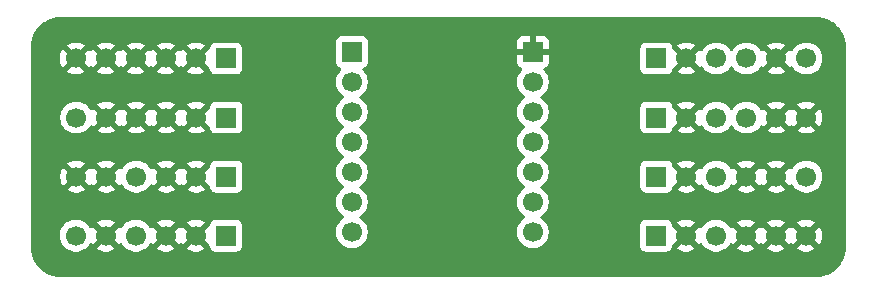
<source format=gbr>
%TF.GenerationSoftware,KiCad,Pcbnew,9.0.5*%
%TF.CreationDate,2025-10-11T11:12:23-04:00*%
%TF.ProjectId,agent-main-mk1,6167656e-742d-46d6-9169-6e2d6d6b312e,rev?*%
%TF.SameCoordinates,Original*%
%TF.FileFunction,Copper,L2,Bot*%
%TF.FilePolarity,Positive*%
%FSLAX46Y46*%
G04 Gerber Fmt 4.6, Leading zero omitted, Abs format (unit mm)*
G04 Created by KiCad (PCBNEW 9.0.5) date 2025-10-11 11:12:23*
%MOMM*%
%LPD*%
G01*
G04 APERTURE LIST*
%TA.AperFunction,ComponentPad*%
%ADD10R,1.700000X1.700000*%
%TD*%
%TA.AperFunction,ComponentPad*%
%ADD11C,1.700000*%
%TD*%
G04 APERTURE END LIST*
D10*
%TO.P,J4,1,Pin_1*%
%TO.N,Net-(J4-Pin_1)*%
X217460000Y-71000000D03*
D11*
%TO.P,J4,2,Pin_2*%
%TO.N,GND*%
X220000000Y-71000000D03*
%TO.P,J4,3,Pin_3*%
%TO.N,Pull up*%
X222540000Y-71000000D03*
%TO.P,J4,4,Pin_4*%
%TO.N,GND*%
X225080000Y-71000000D03*
%TO.P,J4,5,Pin_5*%
X227620000Y-71000000D03*
%TO.P,J4,6,Pin_6*%
%TO.N,Pull up*%
X230160000Y-71000000D03*
%TD*%
D10*
%TO.P,J8,1,Pin_1*%
%TO.N,Net-(J8-Pin_1)*%
X217460000Y-61000000D03*
D11*
%TO.P,J8,2,Pin_2*%
%TO.N,GND*%
X220000000Y-61000000D03*
%TO.P,J8,3,Pin_3*%
%TO.N,Pull up*%
X222540000Y-61000000D03*
%TO.P,J8,4,Pin_4*%
X225080000Y-61000000D03*
%TO.P,J8,5,Pin_5*%
%TO.N,GND*%
X227620000Y-61000000D03*
%TO.P,J8,6,Pin_6*%
%TO.N,Pull up*%
X230160000Y-61000000D03*
%TD*%
D10*
%TO.P,J1,1,Pin_1*%
%TO.N,Net-(J1-Pin_1)*%
X181040000Y-66000000D03*
D11*
%TO.P,J1,2,Pin_2*%
%TO.N,GND*%
X178500000Y-66000000D03*
%TO.P,J1,3,Pin_3*%
X175960000Y-66000000D03*
%TO.P,J1,4,Pin_4*%
X173420000Y-66000000D03*
%TO.P,J1,5,Pin_5*%
X170880000Y-66000000D03*
%TO.P,J1,6,Pin_6*%
%TO.N,Pull up*%
X168340000Y-66000000D03*
%TD*%
D10*
%TO.P,J3,1,Pin_1*%
%TO.N,Net-(J3-Pin_1)*%
X181000000Y-61000000D03*
D11*
%TO.P,J3,2,Pin_2*%
%TO.N,GND*%
X178460000Y-61000000D03*
%TO.P,J3,3,Pin_3*%
X175920000Y-61000000D03*
%TO.P,J3,4,Pin_4*%
X173380000Y-61000000D03*
%TO.P,J3,5,Pin_5*%
X170840000Y-61000000D03*
%TO.P,J3,6,Pin_6*%
X168300000Y-61000000D03*
%TD*%
D10*
%TO.P,J5,1,Pin_1*%
%TO.N,Net-(J5-Pin_1)*%
X217420000Y-76000000D03*
D11*
%TO.P,J5,2,Pin_2*%
%TO.N,GND*%
X219960000Y-76000000D03*
%TO.P,J5,3,Pin_3*%
%TO.N,Pull up*%
X222500000Y-76000000D03*
%TO.P,J5,4,Pin_4*%
%TO.N,GND*%
X225040000Y-76000000D03*
%TO.P,J5,5,Pin_5*%
X227580000Y-76000000D03*
%TO.P,J5,6,Pin_6*%
X230120000Y-76000000D03*
%TD*%
D10*
%TO.P,J2,1,Pin_1*%
%TO.N,Net-(J2-Pin_1)*%
X181040000Y-71000000D03*
D11*
%TO.P,J2,2,Pin_2*%
%TO.N,GND*%
X178500000Y-71000000D03*
%TO.P,J2,3,Pin_3*%
X175960000Y-71000000D03*
%TO.P,J2,4,Pin_4*%
%TO.N,Pull up*%
X173420000Y-71000000D03*
%TO.P,J2,5,Pin_5*%
%TO.N,GND*%
X170880000Y-71000000D03*
%TO.P,J2,6,Pin_6*%
X168340000Y-71000000D03*
%TD*%
D10*
%TO.P,J10,1,Pin_1*%
%TO.N,GND*%
X207000000Y-60460000D03*
D11*
%TO.P,J10,2,Pin_2*%
%TO.N,unconnected-(J10-Pin_2-Pad2)*%
X207000000Y-63000000D03*
%TO.P,J10,3,Pin_3*%
%TO.N,unconnected-(J10-Pin_3-Pad3)*%
X207000000Y-65540000D03*
%TO.P,J10,4,Pin_4*%
%TO.N,LED8*%
X207000000Y-68080000D03*
%TO.P,J10,5,Pin_5*%
%TO.N,LED7*%
X207000000Y-70620000D03*
%TO.P,J10,6,Pin_6*%
%TO.N,LED6*%
X207000000Y-73160000D03*
%TO.P,J10,7,Pin_7*%
%TO.N,LED5*%
X207000000Y-75700000D03*
%TD*%
D10*
%TO.P,J9,1,Pin_1*%
%TO.N,LED1*%
X191675000Y-60460000D03*
D11*
%TO.P,J9,2,Pin_2*%
%TO.N,LED2*%
X191675000Y-63000000D03*
%TO.P,J9,3,Pin_3*%
%TO.N,LED3*%
X191675000Y-65540000D03*
%TO.P,J9,4,Pin_4*%
%TO.N,LED4*%
X191675000Y-68080000D03*
%TO.P,J9,5,Pin_5*%
%TO.N,unconnected-(J9-Pin_5-Pad5)*%
X191675000Y-70620000D03*
%TO.P,J9,6,Pin_6*%
%TO.N,unconnected-(J9-Pin_6-Pad6)*%
X191675000Y-73160000D03*
%TO.P,J9,7,Pin_7*%
%TO.N,Pull up*%
X191675000Y-75700000D03*
%TD*%
D10*
%TO.P,J6,1,Pin_1*%
%TO.N,Net-(J6-Pin_1)*%
X181000000Y-76000000D03*
D11*
%TO.P,J6,2,Pin_2*%
%TO.N,GND*%
X178460000Y-76000000D03*
%TO.P,J6,3,Pin_3*%
X175920000Y-76000000D03*
%TO.P,J6,4,Pin_4*%
%TO.N,Pull up*%
X173380000Y-76000000D03*
%TO.P,J6,5,Pin_5*%
%TO.N,GND*%
X170840000Y-76000000D03*
%TO.P,J6,6,Pin_6*%
%TO.N,Pull up*%
X168300000Y-76000000D03*
%TD*%
D10*
%TO.P,J7,1,Pin_1*%
%TO.N,Net-(J7-Pin_1)*%
X217460000Y-66000000D03*
D11*
%TO.P,J7,2,Pin_2*%
%TO.N,GND*%
X220000000Y-66000000D03*
%TO.P,J7,3,Pin_3*%
%TO.N,Pull up*%
X222540000Y-66000000D03*
%TO.P,J7,4,Pin_4*%
X225080000Y-66000000D03*
%TO.P,J7,5,Pin_5*%
%TO.N,GND*%
X227620000Y-66000000D03*
%TO.P,J7,6,Pin_6*%
X230160000Y-66000000D03*
%TD*%
%TA.AperFunction,Conductor*%
%TO.N,GND*%
G36*
X231003736Y-57500726D02*
G01*
X231293796Y-57518271D01*
X231308659Y-57520076D01*
X231590798Y-57571780D01*
X231605335Y-57575363D01*
X231879172Y-57660695D01*
X231893163Y-57666000D01*
X232154743Y-57783727D01*
X232167989Y-57790680D01*
X232413465Y-57939075D01*
X232425776Y-57947573D01*
X232651573Y-58124473D01*
X232662781Y-58134403D01*
X232865596Y-58337218D01*
X232875526Y-58348426D01*
X232995481Y-58501538D01*
X233052422Y-58574217D01*
X233060928Y-58586540D01*
X233209316Y-58832004D01*
X233216275Y-58845263D01*
X233333997Y-59106831D01*
X233339306Y-59120832D01*
X233424635Y-59394663D01*
X233428219Y-59409201D01*
X233479923Y-59691340D01*
X233481728Y-59706205D01*
X233499274Y-59996263D01*
X233499500Y-60003750D01*
X233499500Y-76996249D01*
X233499274Y-77003736D01*
X233481728Y-77293794D01*
X233479923Y-77308659D01*
X233428219Y-77590798D01*
X233424635Y-77605336D01*
X233339306Y-77879167D01*
X233333997Y-77893168D01*
X233216275Y-78154736D01*
X233209316Y-78167995D01*
X233060928Y-78413459D01*
X233052422Y-78425782D01*
X232875526Y-78651573D01*
X232865596Y-78662781D01*
X232662781Y-78865596D01*
X232651573Y-78875526D01*
X232425782Y-79052422D01*
X232413459Y-79060928D01*
X232167995Y-79209316D01*
X232154736Y-79216275D01*
X231893168Y-79333997D01*
X231879167Y-79339306D01*
X231605336Y-79424635D01*
X231590798Y-79428219D01*
X231308659Y-79479923D01*
X231293794Y-79481728D01*
X231003736Y-79499274D01*
X230996249Y-79499500D01*
X167003751Y-79499500D01*
X166996264Y-79499274D01*
X166706205Y-79481728D01*
X166691340Y-79479923D01*
X166409201Y-79428219D01*
X166394663Y-79424635D01*
X166120832Y-79339306D01*
X166106831Y-79333997D01*
X165845263Y-79216275D01*
X165832004Y-79209316D01*
X165586540Y-79060928D01*
X165574217Y-79052422D01*
X165348426Y-78875526D01*
X165337218Y-78865596D01*
X165134403Y-78662781D01*
X165124473Y-78651573D01*
X164947573Y-78425776D01*
X164939075Y-78413465D01*
X164790680Y-78167989D01*
X164783727Y-78154743D01*
X164666000Y-77893163D01*
X164660693Y-77879167D01*
X164575364Y-77605336D01*
X164571780Y-77590798D01*
X164527744Y-77350500D01*
X164520075Y-77308657D01*
X164518271Y-77293794D01*
X164500726Y-77003736D01*
X164500500Y-76996249D01*
X164500500Y-75893713D01*
X166949500Y-75893713D01*
X166949500Y-76106286D01*
X166982735Y-76316127D01*
X166982754Y-76316243D01*
X167012509Y-76407820D01*
X167048444Y-76518414D01*
X167144951Y-76707820D01*
X167269890Y-76879786D01*
X167420213Y-77030109D01*
X167592179Y-77155048D01*
X167592181Y-77155049D01*
X167592184Y-77155051D01*
X167781588Y-77251557D01*
X167983757Y-77317246D01*
X168193713Y-77350500D01*
X168193714Y-77350500D01*
X168406286Y-77350500D01*
X168406287Y-77350500D01*
X168616243Y-77317246D01*
X168818412Y-77251557D01*
X169007816Y-77155051D01*
X169094138Y-77092335D01*
X169179786Y-77030109D01*
X169179788Y-77030106D01*
X169179792Y-77030104D01*
X169330104Y-76879792D01*
X169330106Y-76879788D01*
X169330109Y-76879786D01*
X169415890Y-76761717D01*
X169455051Y-76707816D01*
X169459793Y-76698508D01*
X169507763Y-76647711D01*
X169575583Y-76630911D01*
X169641719Y-76653445D01*
X169680763Y-76698500D01*
X169685373Y-76707547D01*
X169724728Y-76761716D01*
X170357037Y-76129408D01*
X170374075Y-76192993D01*
X170439901Y-76307007D01*
X170532993Y-76400099D01*
X170647007Y-76465925D01*
X170710590Y-76482962D01*
X170078282Y-77115269D01*
X170078282Y-77115270D01*
X170132449Y-77154624D01*
X170321782Y-77251095D01*
X170523870Y-77316757D01*
X170733754Y-77350000D01*
X170946246Y-77350000D01*
X171156127Y-77316757D01*
X171156130Y-77316757D01*
X171358217Y-77251095D01*
X171547554Y-77154622D01*
X171601716Y-77115270D01*
X171601717Y-77115270D01*
X170969408Y-76482962D01*
X171032993Y-76465925D01*
X171147007Y-76400099D01*
X171240099Y-76307007D01*
X171305925Y-76192993D01*
X171322962Y-76129408D01*
X171955270Y-76761717D01*
X171955270Y-76761716D01*
X171994622Y-76707555D01*
X171999232Y-76698507D01*
X172047205Y-76647709D01*
X172115025Y-76630912D01*
X172181161Y-76653447D01*
X172220204Y-76698504D01*
X172224949Y-76707817D01*
X172349890Y-76879786D01*
X172500213Y-77030109D01*
X172672179Y-77155048D01*
X172672181Y-77155049D01*
X172672184Y-77155051D01*
X172861588Y-77251557D01*
X173063757Y-77317246D01*
X173273713Y-77350500D01*
X173273714Y-77350500D01*
X173486286Y-77350500D01*
X173486287Y-77350500D01*
X173696243Y-77317246D01*
X173898412Y-77251557D01*
X174087816Y-77155051D01*
X174174138Y-77092335D01*
X174259786Y-77030109D01*
X174259788Y-77030106D01*
X174259792Y-77030104D01*
X174410104Y-76879792D01*
X174410106Y-76879788D01*
X174410109Y-76879786D01*
X174495890Y-76761717D01*
X174535051Y-76707816D01*
X174539793Y-76698508D01*
X174587763Y-76647711D01*
X174655583Y-76630911D01*
X174721719Y-76653445D01*
X174760763Y-76698500D01*
X174765373Y-76707547D01*
X174804728Y-76761716D01*
X175437037Y-76129408D01*
X175454075Y-76192993D01*
X175519901Y-76307007D01*
X175612993Y-76400099D01*
X175727007Y-76465925D01*
X175790590Y-76482962D01*
X175158282Y-77115269D01*
X175158282Y-77115270D01*
X175212449Y-77154624D01*
X175401782Y-77251095D01*
X175603870Y-77316757D01*
X175813754Y-77350000D01*
X176026246Y-77350000D01*
X176236127Y-77316757D01*
X176236130Y-77316757D01*
X176438217Y-77251095D01*
X176627554Y-77154622D01*
X176681716Y-77115270D01*
X176681717Y-77115270D01*
X176049408Y-76482962D01*
X176112993Y-76465925D01*
X176227007Y-76400099D01*
X176320099Y-76307007D01*
X176385925Y-76192993D01*
X176402962Y-76129408D01*
X177035270Y-76761717D01*
X177035270Y-76761716D01*
X177074622Y-76707554D01*
X177079514Y-76697954D01*
X177127488Y-76647157D01*
X177195308Y-76630361D01*
X177261444Y-76652897D01*
X177300486Y-76697954D01*
X177305375Y-76707550D01*
X177344728Y-76761716D01*
X177977037Y-76129408D01*
X177994075Y-76192993D01*
X178059901Y-76307007D01*
X178152993Y-76400099D01*
X178267007Y-76465925D01*
X178330590Y-76482962D01*
X177698282Y-77115269D01*
X177698282Y-77115270D01*
X177752449Y-77154624D01*
X177941782Y-77251095D01*
X178143870Y-77316757D01*
X178353754Y-77350000D01*
X178566246Y-77350000D01*
X178776127Y-77316757D01*
X178776130Y-77316757D01*
X178978217Y-77251095D01*
X179167554Y-77154622D01*
X179221716Y-77115270D01*
X179221717Y-77115270D01*
X178589408Y-76482962D01*
X178652993Y-76465925D01*
X178767007Y-76400099D01*
X178860099Y-76307007D01*
X178925925Y-76192993D01*
X178942962Y-76129409D01*
X179613181Y-76799628D01*
X179646666Y-76860951D01*
X179649500Y-76887300D01*
X179649500Y-76897865D01*
X179649501Y-76897876D01*
X179655908Y-76957483D01*
X179706202Y-77092328D01*
X179706206Y-77092335D01*
X179792452Y-77207544D01*
X179792455Y-77207547D01*
X179907664Y-77293793D01*
X179907671Y-77293797D01*
X180042517Y-77344091D01*
X180042516Y-77344091D01*
X180049444Y-77344835D01*
X180102127Y-77350500D01*
X181897872Y-77350499D01*
X181957483Y-77344091D01*
X182092331Y-77293796D01*
X182207546Y-77207546D01*
X182293796Y-77092331D01*
X182344091Y-76957483D01*
X182350500Y-76897873D01*
X182350499Y-75102128D01*
X182344091Y-75042517D01*
X182293797Y-74907673D01*
X182293797Y-74907671D01*
X182293793Y-74907664D01*
X182207547Y-74792455D01*
X182207544Y-74792452D01*
X182092335Y-74706206D01*
X182092328Y-74706202D01*
X181957482Y-74655908D01*
X181957483Y-74655908D01*
X181897883Y-74649501D01*
X181897881Y-74649500D01*
X181897873Y-74649500D01*
X181897864Y-74649500D01*
X180102129Y-74649500D01*
X180102123Y-74649501D01*
X180042516Y-74655908D01*
X179907671Y-74706202D01*
X179907664Y-74706206D01*
X179792455Y-74792452D01*
X179792452Y-74792455D01*
X179706206Y-74907664D01*
X179706202Y-74907671D01*
X179655908Y-75042517D01*
X179649501Y-75102116D01*
X179649501Y-75102123D01*
X179649500Y-75102135D01*
X179649500Y-75112690D01*
X179629815Y-75179729D01*
X179613181Y-75200371D01*
X178942962Y-75870590D01*
X178925925Y-75807007D01*
X178860099Y-75692993D01*
X178767007Y-75599901D01*
X178652993Y-75534075D01*
X178589409Y-75517037D01*
X179221716Y-74884728D01*
X179167550Y-74845375D01*
X178978217Y-74748904D01*
X178776129Y-74683242D01*
X178566246Y-74650000D01*
X178353754Y-74650000D01*
X178143872Y-74683242D01*
X178143869Y-74683242D01*
X177941782Y-74748904D01*
X177752439Y-74845380D01*
X177698282Y-74884727D01*
X177698282Y-74884728D01*
X178330591Y-75517037D01*
X178267007Y-75534075D01*
X178152993Y-75599901D01*
X178059901Y-75692993D01*
X177994075Y-75807007D01*
X177977037Y-75870591D01*
X177344728Y-75238282D01*
X177344727Y-75238282D01*
X177305380Y-75292440D01*
X177300483Y-75302051D01*
X177252506Y-75352845D01*
X177184684Y-75369638D01*
X177118550Y-75347098D01*
X177079516Y-75302048D01*
X177074626Y-75292452D01*
X177035270Y-75238282D01*
X176402962Y-75870590D01*
X176385925Y-75807007D01*
X176320099Y-75692993D01*
X176227007Y-75599901D01*
X176112993Y-75534075D01*
X176049409Y-75517037D01*
X176681716Y-74884728D01*
X176627550Y-74845375D01*
X176438217Y-74748904D01*
X176236129Y-74683242D01*
X176026246Y-74650000D01*
X175813754Y-74650000D01*
X175603872Y-74683242D01*
X175603869Y-74683242D01*
X175401782Y-74748904D01*
X175212439Y-74845380D01*
X175158282Y-74884727D01*
X175158282Y-74884728D01*
X175790591Y-75517037D01*
X175727007Y-75534075D01*
X175612993Y-75599901D01*
X175519901Y-75692993D01*
X175454075Y-75807007D01*
X175437037Y-75870591D01*
X174804728Y-75238282D01*
X174804727Y-75238282D01*
X174765380Y-75292440D01*
X174765376Y-75292446D01*
X174760760Y-75301505D01*
X174712781Y-75352297D01*
X174644959Y-75369087D01*
X174578826Y-75346543D01*
X174539794Y-75301493D01*
X174535051Y-75292184D01*
X174535049Y-75292181D01*
X174535048Y-75292179D01*
X174410109Y-75120213D01*
X174259786Y-74969890D01*
X174087820Y-74844951D01*
X173898414Y-74748444D01*
X173898413Y-74748443D01*
X173898412Y-74748443D01*
X173696243Y-74682754D01*
X173696241Y-74682753D01*
X173696240Y-74682753D01*
X173534957Y-74657208D01*
X173486287Y-74649500D01*
X173273713Y-74649500D01*
X173225042Y-74657208D01*
X173063760Y-74682753D01*
X172861585Y-74748444D01*
X172672179Y-74844951D01*
X172500213Y-74969890D01*
X172349890Y-75120213D01*
X172224949Y-75292182D01*
X172220202Y-75301499D01*
X172172227Y-75352293D01*
X172104405Y-75369087D01*
X172038271Y-75346548D01*
X171999234Y-75301495D01*
X171994626Y-75292452D01*
X171955270Y-75238282D01*
X171955269Y-75238282D01*
X171322962Y-75870590D01*
X171305925Y-75807007D01*
X171240099Y-75692993D01*
X171147007Y-75599901D01*
X171032993Y-75534075D01*
X170969409Y-75517037D01*
X171601716Y-74884728D01*
X171547550Y-74845375D01*
X171358217Y-74748904D01*
X171156129Y-74683242D01*
X170946246Y-74650000D01*
X170733754Y-74650000D01*
X170523872Y-74683242D01*
X170523869Y-74683242D01*
X170321782Y-74748904D01*
X170132439Y-74845380D01*
X170078282Y-74884727D01*
X170078282Y-74884728D01*
X170710591Y-75517037D01*
X170647007Y-75534075D01*
X170532993Y-75599901D01*
X170439901Y-75692993D01*
X170374075Y-75807007D01*
X170357037Y-75870591D01*
X169724728Y-75238282D01*
X169724727Y-75238282D01*
X169685380Y-75292440D01*
X169685376Y-75292446D01*
X169680760Y-75301505D01*
X169632781Y-75352297D01*
X169564959Y-75369087D01*
X169498826Y-75346543D01*
X169459794Y-75301493D01*
X169455051Y-75292184D01*
X169455049Y-75292181D01*
X169455048Y-75292179D01*
X169330109Y-75120213D01*
X169179786Y-74969890D01*
X169007820Y-74844951D01*
X168818414Y-74748444D01*
X168818413Y-74748443D01*
X168818412Y-74748443D01*
X168616243Y-74682754D01*
X168616241Y-74682753D01*
X168616240Y-74682753D01*
X168454957Y-74657208D01*
X168406287Y-74649500D01*
X168193713Y-74649500D01*
X168145042Y-74657208D01*
X167983760Y-74682753D01*
X167781585Y-74748444D01*
X167592179Y-74844951D01*
X167420213Y-74969890D01*
X167269890Y-75120213D01*
X167144951Y-75292179D01*
X167048444Y-75481585D01*
X166982753Y-75683760D01*
X166949500Y-75893713D01*
X164500500Y-75893713D01*
X164500500Y-70893753D01*
X166990000Y-70893753D01*
X166990000Y-71106246D01*
X167023242Y-71316127D01*
X167023242Y-71316130D01*
X167088904Y-71518217D01*
X167185375Y-71707550D01*
X167224728Y-71761716D01*
X167857037Y-71129408D01*
X167874075Y-71192993D01*
X167939901Y-71307007D01*
X168032993Y-71400099D01*
X168147007Y-71465925D01*
X168210590Y-71482962D01*
X167578282Y-72115269D01*
X167578282Y-72115270D01*
X167632449Y-72154624D01*
X167821782Y-72251095D01*
X168023870Y-72316757D01*
X168233754Y-72350000D01*
X168446246Y-72350000D01*
X168656127Y-72316757D01*
X168656130Y-72316757D01*
X168858217Y-72251095D01*
X169047554Y-72154622D01*
X169101716Y-72115270D01*
X169101717Y-72115270D01*
X168469408Y-71482962D01*
X168532993Y-71465925D01*
X168647007Y-71400099D01*
X168740099Y-71307007D01*
X168805925Y-71192993D01*
X168822962Y-71129409D01*
X169455270Y-71761717D01*
X169455270Y-71761716D01*
X169494622Y-71707554D01*
X169499514Y-71697954D01*
X169547488Y-71647157D01*
X169615308Y-71630361D01*
X169681444Y-71652897D01*
X169720486Y-71697954D01*
X169725375Y-71707550D01*
X169764728Y-71761716D01*
X170397037Y-71129408D01*
X170414075Y-71192993D01*
X170479901Y-71307007D01*
X170572993Y-71400099D01*
X170687007Y-71465925D01*
X170750590Y-71482962D01*
X170118282Y-72115269D01*
X170118282Y-72115270D01*
X170172449Y-72154624D01*
X170361782Y-72251095D01*
X170563870Y-72316757D01*
X170773754Y-72350000D01*
X170986246Y-72350000D01*
X171196127Y-72316757D01*
X171196130Y-72316757D01*
X171398217Y-72251095D01*
X171587554Y-72154622D01*
X171641716Y-72115270D01*
X171641717Y-72115270D01*
X171009408Y-71482962D01*
X171072993Y-71465925D01*
X171187007Y-71400099D01*
X171280099Y-71307007D01*
X171345925Y-71192993D01*
X171362962Y-71129408D01*
X171995270Y-71761717D01*
X171995270Y-71761716D01*
X172034622Y-71707555D01*
X172039232Y-71698507D01*
X172087205Y-71647709D01*
X172155025Y-71630912D01*
X172221161Y-71653447D01*
X172260204Y-71698504D01*
X172264949Y-71707817D01*
X172389890Y-71879786D01*
X172540213Y-72030109D01*
X172712179Y-72155048D01*
X172712181Y-72155049D01*
X172712184Y-72155051D01*
X172901588Y-72251557D01*
X173103757Y-72317246D01*
X173313713Y-72350500D01*
X173313714Y-72350500D01*
X173526286Y-72350500D01*
X173526287Y-72350500D01*
X173736243Y-72317246D01*
X173938412Y-72251557D01*
X174127816Y-72155051D01*
X174214138Y-72092335D01*
X174299786Y-72030109D01*
X174299788Y-72030106D01*
X174299792Y-72030104D01*
X174450104Y-71879792D01*
X174450106Y-71879788D01*
X174450109Y-71879786D01*
X174535890Y-71761717D01*
X174575051Y-71707816D01*
X174579793Y-71698508D01*
X174627763Y-71647711D01*
X174695583Y-71630911D01*
X174761719Y-71653445D01*
X174800763Y-71698500D01*
X174805373Y-71707547D01*
X174844728Y-71761716D01*
X175477037Y-71129408D01*
X175494075Y-71192993D01*
X175559901Y-71307007D01*
X175652993Y-71400099D01*
X175767007Y-71465925D01*
X175830590Y-71482962D01*
X175198282Y-72115269D01*
X175198282Y-72115270D01*
X175252449Y-72154624D01*
X175441782Y-72251095D01*
X175643870Y-72316757D01*
X175853754Y-72350000D01*
X176066246Y-72350000D01*
X176276127Y-72316757D01*
X176276130Y-72316757D01*
X176478217Y-72251095D01*
X176667554Y-72154622D01*
X176721716Y-72115270D01*
X176721717Y-72115270D01*
X176089408Y-71482962D01*
X176152993Y-71465925D01*
X176267007Y-71400099D01*
X176360099Y-71307007D01*
X176425925Y-71192993D01*
X176442962Y-71129408D01*
X177075270Y-71761717D01*
X177075270Y-71761716D01*
X177114622Y-71707554D01*
X177119514Y-71697954D01*
X177167488Y-71647157D01*
X177235308Y-71630361D01*
X177301444Y-71652897D01*
X177340486Y-71697954D01*
X177345375Y-71707550D01*
X177384728Y-71761716D01*
X178017037Y-71129408D01*
X178034075Y-71192993D01*
X178099901Y-71307007D01*
X178192993Y-71400099D01*
X178307007Y-71465925D01*
X178370590Y-71482962D01*
X177738282Y-72115269D01*
X177738282Y-72115270D01*
X177792449Y-72154624D01*
X177981782Y-72251095D01*
X178183870Y-72316757D01*
X178393754Y-72350000D01*
X178606246Y-72350000D01*
X178816127Y-72316757D01*
X178816130Y-72316757D01*
X179018217Y-72251095D01*
X179207554Y-72154622D01*
X179261716Y-72115270D01*
X179261717Y-72115270D01*
X178629408Y-71482962D01*
X178692993Y-71465925D01*
X178807007Y-71400099D01*
X178900099Y-71307007D01*
X178965925Y-71192993D01*
X178982962Y-71129409D01*
X179653181Y-71799628D01*
X179686666Y-71860951D01*
X179689500Y-71887300D01*
X179689500Y-71897865D01*
X179689501Y-71897876D01*
X179695908Y-71957483D01*
X179746202Y-72092328D01*
X179746206Y-72092335D01*
X179832452Y-72207544D01*
X179832455Y-72207547D01*
X179947664Y-72293793D01*
X179947671Y-72293797D01*
X180082517Y-72344091D01*
X180082516Y-72344091D01*
X180089444Y-72344835D01*
X180142127Y-72350500D01*
X181937872Y-72350499D01*
X181997483Y-72344091D01*
X182132331Y-72293796D01*
X182247546Y-72207546D01*
X182333796Y-72092331D01*
X182384091Y-71957483D01*
X182390500Y-71897873D01*
X182390499Y-70102128D01*
X182384091Y-70042517D01*
X182333797Y-69907673D01*
X182333797Y-69907671D01*
X182333793Y-69907664D01*
X182247547Y-69792455D01*
X182247544Y-69792452D01*
X182132335Y-69706206D01*
X182132328Y-69706202D01*
X181997482Y-69655908D01*
X181997483Y-69655908D01*
X181937883Y-69649501D01*
X181937881Y-69649500D01*
X181937873Y-69649500D01*
X181937864Y-69649500D01*
X180142129Y-69649500D01*
X180142123Y-69649501D01*
X180082516Y-69655908D01*
X179947671Y-69706202D01*
X179947664Y-69706206D01*
X179832455Y-69792452D01*
X179832452Y-69792455D01*
X179746206Y-69907664D01*
X179746202Y-69907671D01*
X179695908Y-70042517D01*
X179689558Y-70101585D01*
X179689501Y-70102123D01*
X179689500Y-70102135D01*
X179689500Y-70112690D01*
X179669815Y-70179729D01*
X179653181Y-70200371D01*
X178982962Y-70870590D01*
X178965925Y-70807007D01*
X178900099Y-70692993D01*
X178807007Y-70599901D01*
X178692993Y-70534075D01*
X178629409Y-70517037D01*
X179261716Y-69884728D01*
X179207550Y-69845375D01*
X179018217Y-69748904D01*
X178816129Y-69683242D01*
X178606246Y-69650000D01*
X178393754Y-69650000D01*
X178183872Y-69683242D01*
X178183869Y-69683242D01*
X177981782Y-69748904D01*
X177792439Y-69845380D01*
X177738282Y-69884727D01*
X177738282Y-69884728D01*
X178370591Y-70517037D01*
X178307007Y-70534075D01*
X178192993Y-70599901D01*
X178099901Y-70692993D01*
X178034075Y-70807007D01*
X178017037Y-70870591D01*
X177384728Y-70238282D01*
X177384727Y-70238282D01*
X177345380Y-70292440D01*
X177340483Y-70302051D01*
X177292506Y-70352845D01*
X177224684Y-70369638D01*
X177158550Y-70347098D01*
X177119516Y-70302048D01*
X177114626Y-70292452D01*
X177075270Y-70238282D01*
X176442962Y-70870590D01*
X176425925Y-70807007D01*
X176360099Y-70692993D01*
X176267007Y-70599901D01*
X176152993Y-70534075D01*
X176089409Y-70517037D01*
X176721716Y-69884728D01*
X176667550Y-69845375D01*
X176478217Y-69748904D01*
X176276129Y-69683242D01*
X176066246Y-69650000D01*
X175853754Y-69650000D01*
X175643872Y-69683242D01*
X175643869Y-69683242D01*
X175441782Y-69748904D01*
X175252439Y-69845380D01*
X175198282Y-69884727D01*
X175198282Y-69884728D01*
X175830591Y-70517037D01*
X175767007Y-70534075D01*
X175652993Y-70599901D01*
X175559901Y-70692993D01*
X175494075Y-70807007D01*
X175477037Y-70870591D01*
X174844728Y-70238282D01*
X174844727Y-70238282D01*
X174805380Y-70292440D01*
X174805376Y-70292446D01*
X174800760Y-70301505D01*
X174752781Y-70352297D01*
X174684959Y-70369087D01*
X174618826Y-70346543D01*
X174579794Y-70301493D01*
X174575051Y-70292184D01*
X174575049Y-70292181D01*
X174575048Y-70292179D01*
X174450109Y-70120213D01*
X174299786Y-69969890D01*
X174127820Y-69844951D01*
X173938414Y-69748444D01*
X173938413Y-69748443D01*
X173938412Y-69748443D01*
X173736243Y-69682754D01*
X173736241Y-69682753D01*
X173736240Y-69682753D01*
X173574957Y-69657208D01*
X173526287Y-69649500D01*
X173313713Y-69649500D01*
X173265042Y-69657208D01*
X173103760Y-69682753D01*
X172901585Y-69748444D01*
X172712179Y-69844951D01*
X172540213Y-69969890D01*
X172389890Y-70120213D01*
X172264949Y-70292182D01*
X172260202Y-70301499D01*
X172212227Y-70352293D01*
X172144405Y-70369087D01*
X172078271Y-70346548D01*
X172039234Y-70301495D01*
X172034626Y-70292452D01*
X171995270Y-70238282D01*
X171995269Y-70238282D01*
X171362962Y-70870590D01*
X171345925Y-70807007D01*
X171280099Y-70692993D01*
X171187007Y-70599901D01*
X171072993Y-70534075D01*
X171009409Y-70517037D01*
X171641716Y-69884728D01*
X171587550Y-69845375D01*
X171398217Y-69748904D01*
X171196129Y-69683242D01*
X170986246Y-69650000D01*
X170773754Y-69650000D01*
X170563872Y-69683242D01*
X170563869Y-69683242D01*
X170361782Y-69748904D01*
X170172439Y-69845380D01*
X170118282Y-69884727D01*
X170118282Y-69884728D01*
X170750591Y-70517037D01*
X170687007Y-70534075D01*
X170572993Y-70599901D01*
X170479901Y-70692993D01*
X170414075Y-70807007D01*
X170397037Y-70870591D01*
X169764728Y-70238282D01*
X169764727Y-70238282D01*
X169725380Y-70292440D01*
X169720483Y-70302051D01*
X169672506Y-70352845D01*
X169604684Y-70369638D01*
X169538550Y-70347098D01*
X169499516Y-70302048D01*
X169494626Y-70292452D01*
X169455270Y-70238282D01*
X169455269Y-70238282D01*
X168822962Y-70870590D01*
X168805925Y-70807007D01*
X168740099Y-70692993D01*
X168647007Y-70599901D01*
X168532993Y-70534075D01*
X168469409Y-70517037D01*
X169101716Y-69884728D01*
X169047550Y-69845375D01*
X168858217Y-69748904D01*
X168656129Y-69683242D01*
X168446246Y-69650000D01*
X168233754Y-69650000D01*
X168023872Y-69683242D01*
X168023869Y-69683242D01*
X167821782Y-69748904D01*
X167632439Y-69845380D01*
X167578282Y-69884727D01*
X167578282Y-69884728D01*
X168210591Y-70517037D01*
X168147007Y-70534075D01*
X168032993Y-70599901D01*
X167939901Y-70692993D01*
X167874075Y-70807007D01*
X167857037Y-70870591D01*
X167224728Y-70238282D01*
X167224727Y-70238282D01*
X167185380Y-70292439D01*
X167088904Y-70481782D01*
X167023242Y-70683869D01*
X167023242Y-70683872D01*
X166990000Y-70893753D01*
X164500500Y-70893753D01*
X164500500Y-65893713D01*
X166989500Y-65893713D01*
X166989500Y-66106286D01*
X167022735Y-66316127D01*
X167022754Y-66316243D01*
X167056399Y-66419792D01*
X167088444Y-66518414D01*
X167184951Y-66707820D01*
X167309890Y-66879786D01*
X167460213Y-67030109D01*
X167632179Y-67155048D01*
X167632181Y-67155049D01*
X167632184Y-67155051D01*
X167821588Y-67251557D01*
X168023757Y-67317246D01*
X168233713Y-67350500D01*
X168233714Y-67350500D01*
X168446286Y-67350500D01*
X168446287Y-67350500D01*
X168656243Y-67317246D01*
X168858412Y-67251557D01*
X169047816Y-67155051D01*
X169134138Y-67092335D01*
X169219786Y-67030109D01*
X169219788Y-67030106D01*
X169219792Y-67030104D01*
X169370104Y-66879792D01*
X169370106Y-66879788D01*
X169370109Y-66879786D01*
X169455890Y-66761717D01*
X169495051Y-66707816D01*
X169499793Y-66698508D01*
X169547763Y-66647711D01*
X169615583Y-66630911D01*
X169681719Y-66653445D01*
X169720763Y-66698500D01*
X169725373Y-66707547D01*
X169764728Y-66761716D01*
X170397037Y-66129408D01*
X170414075Y-66192993D01*
X170479901Y-66307007D01*
X170572993Y-66400099D01*
X170687007Y-66465925D01*
X170750590Y-66482962D01*
X170118282Y-67115269D01*
X170118282Y-67115270D01*
X170172449Y-67154624D01*
X170361782Y-67251095D01*
X170563870Y-67316757D01*
X170773754Y-67350000D01*
X170986246Y-67350000D01*
X171196127Y-67316757D01*
X171196130Y-67316757D01*
X171398217Y-67251095D01*
X171587554Y-67154622D01*
X171641716Y-67115270D01*
X171641717Y-67115270D01*
X171009408Y-66482962D01*
X171072993Y-66465925D01*
X171187007Y-66400099D01*
X171280099Y-66307007D01*
X171345925Y-66192993D01*
X171362962Y-66129408D01*
X171995270Y-66761717D01*
X171995270Y-66761716D01*
X172034622Y-66707554D01*
X172039514Y-66697954D01*
X172087488Y-66647157D01*
X172155308Y-66630361D01*
X172221444Y-66652897D01*
X172260486Y-66697954D01*
X172265375Y-66707550D01*
X172304728Y-66761716D01*
X172937037Y-66129408D01*
X172954075Y-66192993D01*
X173019901Y-66307007D01*
X173112993Y-66400099D01*
X173227007Y-66465925D01*
X173290590Y-66482962D01*
X172658282Y-67115269D01*
X172658282Y-67115270D01*
X172712449Y-67154624D01*
X172901782Y-67251095D01*
X173103870Y-67316757D01*
X173313754Y-67350000D01*
X173526246Y-67350000D01*
X173736127Y-67316757D01*
X173736130Y-67316757D01*
X173938217Y-67251095D01*
X174127554Y-67154622D01*
X174181716Y-67115270D01*
X174181717Y-67115270D01*
X173549408Y-66482962D01*
X173612993Y-66465925D01*
X173727007Y-66400099D01*
X173820099Y-66307007D01*
X173885925Y-66192993D01*
X173902962Y-66129408D01*
X174535270Y-66761717D01*
X174535270Y-66761716D01*
X174574622Y-66707554D01*
X174579514Y-66697954D01*
X174627488Y-66647157D01*
X174695308Y-66630361D01*
X174761444Y-66652897D01*
X174800486Y-66697954D01*
X174805375Y-66707550D01*
X174844728Y-66761716D01*
X175477037Y-66129408D01*
X175494075Y-66192993D01*
X175559901Y-66307007D01*
X175652993Y-66400099D01*
X175767007Y-66465925D01*
X175830590Y-66482962D01*
X175198282Y-67115269D01*
X175198282Y-67115270D01*
X175252449Y-67154624D01*
X175441782Y-67251095D01*
X175643870Y-67316757D01*
X175853754Y-67350000D01*
X176066246Y-67350000D01*
X176276127Y-67316757D01*
X176276130Y-67316757D01*
X176478217Y-67251095D01*
X176667554Y-67154622D01*
X176721716Y-67115270D01*
X176721717Y-67115270D01*
X176089408Y-66482962D01*
X176152993Y-66465925D01*
X176267007Y-66400099D01*
X176360099Y-66307007D01*
X176425925Y-66192993D01*
X176442962Y-66129408D01*
X177075270Y-66761717D01*
X177075270Y-66761716D01*
X177114622Y-66707554D01*
X177119514Y-66697954D01*
X177167488Y-66647157D01*
X177235308Y-66630361D01*
X177301444Y-66652897D01*
X177340486Y-66697954D01*
X177345375Y-66707550D01*
X177384728Y-66761716D01*
X178017037Y-66129408D01*
X178034075Y-66192993D01*
X178099901Y-66307007D01*
X178192993Y-66400099D01*
X178307007Y-66465925D01*
X178370590Y-66482962D01*
X177738282Y-67115269D01*
X177738282Y-67115270D01*
X177792449Y-67154624D01*
X177981782Y-67251095D01*
X178183870Y-67316757D01*
X178393754Y-67350000D01*
X178606246Y-67350000D01*
X178816127Y-67316757D01*
X178816130Y-67316757D01*
X179018217Y-67251095D01*
X179207554Y-67154622D01*
X179261716Y-67115270D01*
X179261717Y-67115270D01*
X178629408Y-66482962D01*
X178692993Y-66465925D01*
X178807007Y-66400099D01*
X178900099Y-66307007D01*
X178965925Y-66192993D01*
X178982962Y-66129408D01*
X179653181Y-66799628D01*
X179686666Y-66860951D01*
X179689500Y-66887300D01*
X179689500Y-66897865D01*
X179689501Y-66897876D01*
X179695908Y-66957483D01*
X179746202Y-67092328D01*
X179746206Y-67092335D01*
X179832452Y-67207544D01*
X179832455Y-67207547D01*
X179947664Y-67293793D01*
X179947671Y-67293797D01*
X180082517Y-67344091D01*
X180082516Y-67344091D01*
X180089444Y-67344835D01*
X180142127Y-67350500D01*
X181937872Y-67350499D01*
X181997483Y-67344091D01*
X182132331Y-67293796D01*
X182247546Y-67207546D01*
X182333796Y-67092331D01*
X182384091Y-66957483D01*
X182390500Y-66897873D01*
X182390499Y-65102128D01*
X182384091Y-65042517D01*
X182333797Y-64907673D01*
X182333797Y-64907671D01*
X182333793Y-64907664D01*
X182247547Y-64792455D01*
X182247544Y-64792452D01*
X182132335Y-64706206D01*
X182132328Y-64706202D01*
X181997482Y-64655908D01*
X181997483Y-64655908D01*
X181937883Y-64649501D01*
X181937881Y-64649500D01*
X181937873Y-64649500D01*
X181937864Y-64649500D01*
X180142129Y-64649500D01*
X180142123Y-64649501D01*
X180082516Y-64655908D01*
X179947671Y-64706202D01*
X179947664Y-64706206D01*
X179832455Y-64792452D01*
X179832452Y-64792455D01*
X179746206Y-64907664D01*
X179746202Y-64907671D01*
X179695908Y-65042517D01*
X179689501Y-65102116D01*
X179689501Y-65102123D01*
X179689500Y-65102135D01*
X179689500Y-65112690D01*
X179669815Y-65179729D01*
X179653181Y-65200371D01*
X178982962Y-65870590D01*
X178965925Y-65807007D01*
X178900099Y-65692993D01*
X178807007Y-65599901D01*
X178692993Y-65534075D01*
X178629409Y-65517037D01*
X179261716Y-64884728D01*
X179207550Y-64845375D01*
X179018217Y-64748904D01*
X178816129Y-64683242D01*
X178606246Y-64650000D01*
X178393754Y-64650000D01*
X178183872Y-64683242D01*
X178183869Y-64683242D01*
X177981782Y-64748904D01*
X177792439Y-64845380D01*
X177738282Y-64884727D01*
X177738282Y-64884728D01*
X178370591Y-65517037D01*
X178307007Y-65534075D01*
X178192993Y-65599901D01*
X178099901Y-65692993D01*
X178034075Y-65807007D01*
X178017037Y-65870591D01*
X177384728Y-65238282D01*
X177384727Y-65238282D01*
X177345380Y-65292440D01*
X177340483Y-65302051D01*
X177292506Y-65352845D01*
X177224684Y-65369638D01*
X177158550Y-65347098D01*
X177119516Y-65302048D01*
X177114626Y-65292452D01*
X177075270Y-65238282D01*
X176442962Y-65870590D01*
X176425925Y-65807007D01*
X176360099Y-65692993D01*
X176267007Y-65599901D01*
X176152993Y-65534075D01*
X176089409Y-65517037D01*
X176721716Y-64884728D01*
X176667550Y-64845375D01*
X176478217Y-64748904D01*
X176276129Y-64683242D01*
X176066246Y-64650000D01*
X175853754Y-64650000D01*
X175643872Y-64683242D01*
X175643869Y-64683242D01*
X175441782Y-64748904D01*
X175252439Y-64845380D01*
X175198282Y-64884727D01*
X175198282Y-64884728D01*
X175830591Y-65517037D01*
X175767007Y-65534075D01*
X175652993Y-65599901D01*
X175559901Y-65692993D01*
X175494075Y-65807007D01*
X175477037Y-65870591D01*
X174844728Y-65238282D01*
X174844727Y-65238282D01*
X174805380Y-65292440D01*
X174800483Y-65302051D01*
X174752506Y-65352845D01*
X174684684Y-65369638D01*
X174618550Y-65347098D01*
X174579516Y-65302048D01*
X174574626Y-65292452D01*
X174535270Y-65238282D01*
X174535269Y-65238282D01*
X173902962Y-65870590D01*
X173885925Y-65807007D01*
X173820099Y-65692993D01*
X173727007Y-65599901D01*
X173612993Y-65534075D01*
X173549409Y-65517037D01*
X174181716Y-64884728D01*
X174127550Y-64845375D01*
X173938217Y-64748904D01*
X173736129Y-64683242D01*
X173526246Y-64650000D01*
X173313754Y-64650000D01*
X173103872Y-64683242D01*
X173103869Y-64683242D01*
X172901782Y-64748904D01*
X172712439Y-64845380D01*
X172658282Y-64884727D01*
X172658282Y-64884728D01*
X173290591Y-65517037D01*
X173227007Y-65534075D01*
X173112993Y-65599901D01*
X173019901Y-65692993D01*
X172954075Y-65807007D01*
X172937037Y-65870591D01*
X172304728Y-65238282D01*
X172304727Y-65238282D01*
X172265380Y-65292440D01*
X172260483Y-65302051D01*
X172212506Y-65352845D01*
X172144684Y-65369638D01*
X172078550Y-65347098D01*
X172039516Y-65302048D01*
X172034626Y-65292452D01*
X171995270Y-65238282D01*
X171995269Y-65238282D01*
X171362962Y-65870590D01*
X171345925Y-65807007D01*
X171280099Y-65692993D01*
X171187007Y-65599901D01*
X171072993Y-65534075D01*
X171009409Y-65517037D01*
X171641716Y-64884728D01*
X171587550Y-64845375D01*
X171398217Y-64748904D01*
X171196129Y-64683242D01*
X170986246Y-64650000D01*
X170773754Y-64650000D01*
X170563872Y-64683242D01*
X170563869Y-64683242D01*
X170361782Y-64748904D01*
X170172439Y-64845380D01*
X170118282Y-64884727D01*
X170118282Y-64884728D01*
X170750591Y-65517037D01*
X170687007Y-65534075D01*
X170572993Y-65599901D01*
X170479901Y-65692993D01*
X170414075Y-65807007D01*
X170397037Y-65870591D01*
X169764728Y-65238282D01*
X169764727Y-65238282D01*
X169725380Y-65292440D01*
X169725376Y-65292446D01*
X169720760Y-65301505D01*
X169672781Y-65352297D01*
X169604959Y-65369087D01*
X169538826Y-65346543D01*
X169499794Y-65301493D01*
X169495051Y-65292184D01*
X169495049Y-65292181D01*
X169495048Y-65292179D01*
X169370109Y-65120213D01*
X169219786Y-64969890D01*
X169047820Y-64844951D01*
X168858414Y-64748444D01*
X168858413Y-64748443D01*
X168858412Y-64748443D01*
X168656243Y-64682754D01*
X168656241Y-64682753D01*
X168656240Y-64682753D01*
X168494957Y-64657208D01*
X168446287Y-64649500D01*
X168233713Y-64649500D01*
X168185042Y-64657208D01*
X168023760Y-64682753D01*
X167821585Y-64748444D01*
X167632179Y-64844951D01*
X167460213Y-64969890D01*
X167309890Y-65120213D01*
X167184951Y-65292179D01*
X167088444Y-65481585D01*
X167022753Y-65683760D01*
X166989500Y-65893713D01*
X164500500Y-65893713D01*
X164500500Y-60893753D01*
X166950000Y-60893753D01*
X166950000Y-61106246D01*
X166983242Y-61316127D01*
X166983242Y-61316130D01*
X167048904Y-61518217D01*
X167145375Y-61707550D01*
X167184728Y-61761716D01*
X167817037Y-61129408D01*
X167834075Y-61192993D01*
X167899901Y-61307007D01*
X167992993Y-61400099D01*
X168107007Y-61465925D01*
X168170590Y-61482962D01*
X167538282Y-62115269D01*
X167538282Y-62115270D01*
X167592449Y-62154624D01*
X167781782Y-62251095D01*
X167983870Y-62316757D01*
X168193754Y-62350000D01*
X168406246Y-62350000D01*
X168616127Y-62316757D01*
X168616130Y-62316757D01*
X168818217Y-62251095D01*
X169007554Y-62154622D01*
X169061716Y-62115270D01*
X169061717Y-62115270D01*
X168429408Y-61482962D01*
X168492993Y-61465925D01*
X168607007Y-61400099D01*
X168700099Y-61307007D01*
X168765925Y-61192993D01*
X168782962Y-61129408D01*
X169415270Y-61761717D01*
X169415270Y-61761716D01*
X169454622Y-61707554D01*
X169459514Y-61697954D01*
X169507488Y-61647157D01*
X169575308Y-61630361D01*
X169641444Y-61652897D01*
X169680486Y-61697954D01*
X169685375Y-61707550D01*
X169724728Y-61761716D01*
X170357037Y-61129408D01*
X170374075Y-61192993D01*
X170439901Y-61307007D01*
X170532993Y-61400099D01*
X170647007Y-61465925D01*
X170710590Y-61482962D01*
X170078282Y-62115269D01*
X170078282Y-62115270D01*
X170132449Y-62154624D01*
X170321782Y-62251095D01*
X170523870Y-62316757D01*
X170733754Y-62350000D01*
X170946246Y-62350000D01*
X171156127Y-62316757D01*
X171156130Y-62316757D01*
X171358217Y-62251095D01*
X171547554Y-62154622D01*
X171601716Y-62115270D01*
X171601717Y-62115270D01*
X170969408Y-61482962D01*
X171032993Y-61465925D01*
X171147007Y-61400099D01*
X171240099Y-61307007D01*
X171305925Y-61192993D01*
X171322962Y-61129408D01*
X171955270Y-61761717D01*
X171955270Y-61761716D01*
X171994622Y-61707554D01*
X171999514Y-61697954D01*
X172047488Y-61647157D01*
X172115308Y-61630361D01*
X172181444Y-61652897D01*
X172220486Y-61697954D01*
X172225375Y-61707550D01*
X172264728Y-61761716D01*
X172897037Y-61129408D01*
X172914075Y-61192993D01*
X172979901Y-61307007D01*
X173072993Y-61400099D01*
X173187007Y-61465925D01*
X173250590Y-61482962D01*
X172618282Y-62115269D01*
X172618282Y-62115270D01*
X172672449Y-62154624D01*
X172861782Y-62251095D01*
X173063870Y-62316757D01*
X173273754Y-62350000D01*
X173486246Y-62350000D01*
X173696127Y-62316757D01*
X173696130Y-62316757D01*
X173898217Y-62251095D01*
X174087554Y-62154622D01*
X174141716Y-62115270D01*
X174141717Y-62115270D01*
X173509408Y-61482962D01*
X173572993Y-61465925D01*
X173687007Y-61400099D01*
X173780099Y-61307007D01*
X173845925Y-61192993D01*
X173862962Y-61129408D01*
X174495270Y-61761717D01*
X174495270Y-61761716D01*
X174534622Y-61707554D01*
X174539514Y-61697954D01*
X174587488Y-61647157D01*
X174655308Y-61630361D01*
X174721444Y-61652897D01*
X174760486Y-61697954D01*
X174765375Y-61707550D01*
X174804728Y-61761716D01*
X175437037Y-61129408D01*
X175454075Y-61192993D01*
X175519901Y-61307007D01*
X175612993Y-61400099D01*
X175727007Y-61465925D01*
X175790590Y-61482962D01*
X175158282Y-62115269D01*
X175158282Y-62115270D01*
X175212449Y-62154624D01*
X175401782Y-62251095D01*
X175603870Y-62316757D01*
X175813754Y-62350000D01*
X176026246Y-62350000D01*
X176236127Y-62316757D01*
X176236130Y-62316757D01*
X176438217Y-62251095D01*
X176627554Y-62154622D01*
X176681716Y-62115270D01*
X176681717Y-62115270D01*
X176049408Y-61482962D01*
X176112993Y-61465925D01*
X176227007Y-61400099D01*
X176320099Y-61307007D01*
X176385925Y-61192993D01*
X176402962Y-61129408D01*
X177035270Y-61761717D01*
X177035270Y-61761716D01*
X177074622Y-61707554D01*
X177079514Y-61697954D01*
X177127488Y-61647157D01*
X177195308Y-61630361D01*
X177261444Y-61652897D01*
X177300486Y-61697954D01*
X177305375Y-61707550D01*
X177344728Y-61761716D01*
X177977037Y-61129408D01*
X177994075Y-61192993D01*
X178059901Y-61307007D01*
X178152993Y-61400099D01*
X178267007Y-61465925D01*
X178330590Y-61482962D01*
X177698282Y-62115269D01*
X177698282Y-62115270D01*
X177752449Y-62154624D01*
X177941782Y-62251095D01*
X178143870Y-62316757D01*
X178353754Y-62350000D01*
X178566246Y-62350000D01*
X178776127Y-62316757D01*
X178776130Y-62316757D01*
X178978217Y-62251095D01*
X179167554Y-62154622D01*
X179221716Y-62115270D01*
X179221717Y-62115270D01*
X178589408Y-61482962D01*
X178652993Y-61465925D01*
X178767007Y-61400099D01*
X178860099Y-61307007D01*
X178925925Y-61192993D01*
X178942962Y-61129408D01*
X179613181Y-61799628D01*
X179646666Y-61860951D01*
X179649500Y-61887300D01*
X179649500Y-61897865D01*
X179649501Y-61897876D01*
X179655908Y-61957483D01*
X179706202Y-62092328D01*
X179706206Y-62092335D01*
X179792452Y-62207544D01*
X179792455Y-62207547D01*
X179907664Y-62293793D01*
X179907671Y-62293797D01*
X180042517Y-62344091D01*
X180042516Y-62344091D01*
X180049444Y-62344835D01*
X180102127Y-62350500D01*
X181897872Y-62350499D01*
X181957483Y-62344091D01*
X182092331Y-62293796D01*
X182207546Y-62207546D01*
X182293796Y-62092331D01*
X182344091Y-61957483D01*
X182350500Y-61897873D01*
X182350499Y-60102128D01*
X182344091Y-60042517D01*
X182328233Y-60000000D01*
X182293797Y-59907671D01*
X182293793Y-59907664D01*
X182207547Y-59792455D01*
X182207544Y-59792452D01*
X182092335Y-59706206D01*
X182092328Y-59706202D01*
X182008637Y-59674988D01*
X181957482Y-59655908D01*
X181957483Y-59655908D01*
X181897883Y-59649501D01*
X181897881Y-59649500D01*
X181897873Y-59649500D01*
X181897864Y-59649500D01*
X180102129Y-59649500D01*
X180102123Y-59649501D01*
X180042516Y-59655908D01*
X179907671Y-59706202D01*
X179907664Y-59706206D01*
X179792455Y-59792452D01*
X179792452Y-59792455D01*
X179706206Y-59907664D01*
X179706202Y-59907671D01*
X179655908Y-60042517D01*
X179649501Y-60102116D01*
X179649501Y-60102123D01*
X179649500Y-60102135D01*
X179649500Y-60112690D01*
X179629815Y-60179729D01*
X179613181Y-60200371D01*
X178942962Y-60870590D01*
X178925925Y-60807007D01*
X178860099Y-60692993D01*
X178767007Y-60599901D01*
X178652993Y-60534075D01*
X178589409Y-60517037D01*
X179221716Y-59884728D01*
X179167550Y-59845375D01*
X178978217Y-59748904D01*
X178776129Y-59683242D01*
X178566246Y-59650000D01*
X178353754Y-59650000D01*
X178143872Y-59683242D01*
X178143869Y-59683242D01*
X177941782Y-59748904D01*
X177752439Y-59845380D01*
X177698282Y-59884727D01*
X177698282Y-59884728D01*
X178330591Y-60517037D01*
X178267007Y-60534075D01*
X178152993Y-60599901D01*
X178059901Y-60692993D01*
X177994075Y-60807007D01*
X177977037Y-60870591D01*
X177344728Y-60238282D01*
X177344727Y-60238282D01*
X177305380Y-60292440D01*
X177300483Y-60302051D01*
X177252506Y-60352845D01*
X177184684Y-60369638D01*
X177118550Y-60347098D01*
X177079516Y-60302048D01*
X177074626Y-60292452D01*
X177035270Y-60238282D01*
X176402962Y-60870590D01*
X176385925Y-60807007D01*
X176320099Y-60692993D01*
X176227007Y-60599901D01*
X176112993Y-60534075D01*
X176049409Y-60517037D01*
X176681716Y-59884728D01*
X176627550Y-59845375D01*
X176438217Y-59748904D01*
X176236129Y-59683242D01*
X176026246Y-59650000D01*
X175813754Y-59650000D01*
X175603872Y-59683242D01*
X175603869Y-59683242D01*
X175401782Y-59748904D01*
X175212439Y-59845380D01*
X175158282Y-59884727D01*
X175158282Y-59884728D01*
X175790591Y-60517037D01*
X175727007Y-60534075D01*
X175612993Y-60599901D01*
X175519901Y-60692993D01*
X175454075Y-60807007D01*
X175437037Y-60870591D01*
X174804728Y-60238282D01*
X174804727Y-60238282D01*
X174765380Y-60292440D01*
X174760483Y-60302051D01*
X174712506Y-60352845D01*
X174644684Y-60369638D01*
X174578550Y-60347098D01*
X174539516Y-60302048D01*
X174534626Y-60292452D01*
X174495270Y-60238282D01*
X174495269Y-60238282D01*
X173862962Y-60870590D01*
X173845925Y-60807007D01*
X173780099Y-60692993D01*
X173687007Y-60599901D01*
X173572993Y-60534075D01*
X173509409Y-60517037D01*
X174141716Y-59884728D01*
X174087550Y-59845375D01*
X173898217Y-59748904D01*
X173696129Y-59683242D01*
X173486246Y-59650000D01*
X173273754Y-59650000D01*
X173063872Y-59683242D01*
X173063869Y-59683242D01*
X172861782Y-59748904D01*
X172672439Y-59845380D01*
X172618282Y-59884727D01*
X172618282Y-59884728D01*
X173250591Y-60517037D01*
X173187007Y-60534075D01*
X173072993Y-60599901D01*
X172979901Y-60692993D01*
X172914075Y-60807007D01*
X172897037Y-60870591D01*
X172264728Y-60238282D01*
X172264727Y-60238282D01*
X172225380Y-60292440D01*
X172220483Y-60302051D01*
X172172506Y-60352845D01*
X172104684Y-60369638D01*
X172038550Y-60347098D01*
X171999516Y-60302048D01*
X171994626Y-60292452D01*
X171955270Y-60238282D01*
X171955269Y-60238282D01*
X171322962Y-60870590D01*
X171305925Y-60807007D01*
X171240099Y-60692993D01*
X171147007Y-60599901D01*
X171032993Y-60534075D01*
X170969409Y-60517037D01*
X171601716Y-59884728D01*
X171547550Y-59845375D01*
X171358217Y-59748904D01*
X171156129Y-59683242D01*
X170946246Y-59650000D01*
X170733754Y-59650000D01*
X170523872Y-59683242D01*
X170523869Y-59683242D01*
X170321782Y-59748904D01*
X170132439Y-59845380D01*
X170078282Y-59884727D01*
X170078282Y-59884728D01*
X170710591Y-60517037D01*
X170647007Y-60534075D01*
X170532993Y-60599901D01*
X170439901Y-60692993D01*
X170374075Y-60807007D01*
X170357037Y-60870591D01*
X169724728Y-60238282D01*
X169724727Y-60238282D01*
X169685380Y-60292440D01*
X169680483Y-60302051D01*
X169632506Y-60352845D01*
X169564684Y-60369638D01*
X169498550Y-60347098D01*
X169459516Y-60302048D01*
X169454626Y-60292452D01*
X169415270Y-60238282D01*
X168782962Y-60870590D01*
X168765925Y-60807007D01*
X168700099Y-60692993D01*
X168607007Y-60599901D01*
X168492993Y-60534075D01*
X168429409Y-60517037D01*
X169061716Y-59884728D01*
X169007550Y-59845375D01*
X168818217Y-59748904D01*
X168616129Y-59683242D01*
X168406246Y-59650000D01*
X168193754Y-59650000D01*
X167983872Y-59683242D01*
X167983869Y-59683242D01*
X167781782Y-59748904D01*
X167592439Y-59845380D01*
X167538282Y-59884727D01*
X167538282Y-59884728D01*
X168170591Y-60517037D01*
X168107007Y-60534075D01*
X167992993Y-60599901D01*
X167899901Y-60692993D01*
X167834075Y-60807007D01*
X167817037Y-60870591D01*
X167184728Y-60238282D01*
X167184727Y-60238282D01*
X167145380Y-60292439D01*
X167048904Y-60481782D01*
X166983242Y-60683869D01*
X166983242Y-60683872D01*
X166950000Y-60893753D01*
X164500500Y-60893753D01*
X164500500Y-60003750D01*
X164500726Y-59996263D01*
X164505067Y-59924500D01*
X164518271Y-59706205D01*
X164520076Y-59691340D01*
X164521650Y-59682754D01*
X164543754Y-59562135D01*
X190324500Y-59562135D01*
X190324500Y-61357870D01*
X190324501Y-61357876D01*
X190330908Y-61417483D01*
X190381202Y-61552328D01*
X190381206Y-61552335D01*
X190467452Y-61667544D01*
X190467455Y-61667547D01*
X190582664Y-61753793D01*
X190582671Y-61753797D01*
X190714082Y-61802810D01*
X190770016Y-61844681D01*
X190794433Y-61910145D01*
X190779582Y-61978418D01*
X190758431Y-62006673D01*
X190644889Y-62120215D01*
X190519951Y-62292179D01*
X190423444Y-62481585D01*
X190357753Y-62683760D01*
X190324500Y-62893713D01*
X190324500Y-63106286D01*
X190357753Y-63316239D01*
X190423444Y-63518414D01*
X190519951Y-63707820D01*
X190644890Y-63879786D01*
X190795213Y-64030109D01*
X190967182Y-64155050D01*
X190975946Y-64159516D01*
X191026742Y-64207491D01*
X191043536Y-64275312D01*
X191020998Y-64341447D01*
X190975946Y-64380484D01*
X190967182Y-64384949D01*
X190795213Y-64509890D01*
X190644890Y-64660213D01*
X190519951Y-64832179D01*
X190423444Y-65021585D01*
X190357753Y-65223760D01*
X190324500Y-65433713D01*
X190324500Y-65646287D01*
X190330453Y-65683872D01*
X190349955Y-65807007D01*
X190357754Y-65856243D01*
X190404463Y-65999999D01*
X190423444Y-66058414D01*
X190519951Y-66247820D01*
X190644890Y-66419786D01*
X190795213Y-66570109D01*
X190967182Y-66695050D01*
X190975946Y-66699516D01*
X191026742Y-66747491D01*
X191043536Y-66815312D01*
X191020998Y-66881447D01*
X190975946Y-66920484D01*
X190967182Y-66924949D01*
X190795213Y-67049890D01*
X190644890Y-67200213D01*
X190519951Y-67372179D01*
X190423444Y-67561585D01*
X190357753Y-67763760D01*
X190324500Y-67973713D01*
X190324500Y-68186286D01*
X190357753Y-68396239D01*
X190423444Y-68598414D01*
X190519951Y-68787820D01*
X190644890Y-68959786D01*
X190795213Y-69110109D01*
X190967182Y-69235050D01*
X190975946Y-69239516D01*
X191026742Y-69287491D01*
X191043536Y-69355312D01*
X191020998Y-69421447D01*
X190975946Y-69460484D01*
X190967182Y-69464949D01*
X190795213Y-69589890D01*
X190644890Y-69740213D01*
X190519951Y-69912179D01*
X190423444Y-70101585D01*
X190357753Y-70303760D01*
X190347319Y-70369638D01*
X190324500Y-70513713D01*
X190324500Y-70726287D01*
X190357754Y-70936243D01*
X190399858Y-71065826D01*
X190423444Y-71138414D01*
X190519951Y-71327820D01*
X190644890Y-71499786D01*
X190795213Y-71650109D01*
X190967182Y-71775050D01*
X190975946Y-71779516D01*
X191026742Y-71827491D01*
X191043536Y-71895312D01*
X191020998Y-71961447D01*
X190975946Y-72000484D01*
X190967182Y-72004949D01*
X190795213Y-72129890D01*
X190644890Y-72280213D01*
X190519951Y-72452179D01*
X190423444Y-72641585D01*
X190357753Y-72843760D01*
X190324500Y-73053713D01*
X190324500Y-73266286D01*
X190357753Y-73476239D01*
X190423444Y-73678414D01*
X190519951Y-73867820D01*
X190644890Y-74039786D01*
X190795213Y-74190109D01*
X190967182Y-74315050D01*
X190975946Y-74319516D01*
X191026742Y-74367491D01*
X191043536Y-74435312D01*
X191020998Y-74501447D01*
X190975946Y-74540484D01*
X190967182Y-74544949D01*
X190795213Y-74669890D01*
X190644890Y-74820213D01*
X190519951Y-74992179D01*
X190423444Y-75181585D01*
X190357753Y-75383760D01*
X190324500Y-75593713D01*
X190324500Y-75806286D01*
X190355181Y-76000001D01*
X190357754Y-76016243D01*
X190387011Y-76106287D01*
X190423444Y-76218414D01*
X190519951Y-76407820D01*
X190644890Y-76579786D01*
X190795213Y-76730109D01*
X190967179Y-76855048D01*
X190967181Y-76855049D01*
X190967184Y-76855051D01*
X191156588Y-76951557D01*
X191358757Y-77017246D01*
X191568713Y-77050500D01*
X191568714Y-77050500D01*
X191781286Y-77050500D01*
X191781287Y-77050500D01*
X191991243Y-77017246D01*
X192193412Y-76951557D01*
X192382816Y-76855051D01*
X192404789Y-76839086D01*
X192554786Y-76730109D01*
X192554788Y-76730106D01*
X192554792Y-76730104D01*
X192705104Y-76579792D01*
X192705106Y-76579788D01*
X192705109Y-76579786D01*
X192830048Y-76407820D01*
X192830047Y-76407820D01*
X192830051Y-76407816D01*
X192926557Y-76218412D01*
X192992246Y-76016243D01*
X193025500Y-75806287D01*
X193025500Y-75593713D01*
X192992246Y-75383757D01*
X192926557Y-75181588D01*
X192830051Y-74992184D01*
X192830049Y-74992181D01*
X192830048Y-74992179D01*
X192705109Y-74820213D01*
X192554786Y-74669890D01*
X192382820Y-74544951D01*
X192382115Y-74544591D01*
X192374054Y-74540485D01*
X192323259Y-74492512D01*
X192306463Y-74424692D01*
X192328999Y-74358556D01*
X192374054Y-74319515D01*
X192382816Y-74315051D01*
X192404789Y-74299086D01*
X192554786Y-74190109D01*
X192554788Y-74190106D01*
X192554792Y-74190104D01*
X192705104Y-74039792D01*
X192705106Y-74039788D01*
X192705109Y-74039786D01*
X192830048Y-73867820D01*
X192830047Y-73867820D01*
X192830051Y-73867816D01*
X192926557Y-73678412D01*
X192992246Y-73476243D01*
X193025500Y-73266287D01*
X193025500Y-73053713D01*
X192992246Y-72843757D01*
X192926557Y-72641588D01*
X192830051Y-72452184D01*
X192830049Y-72452181D01*
X192830048Y-72452179D01*
X192705109Y-72280213D01*
X192554786Y-72129890D01*
X192382820Y-72004951D01*
X192382115Y-72004591D01*
X192374054Y-72000485D01*
X192323259Y-71952512D01*
X192306463Y-71884692D01*
X192328999Y-71818556D01*
X192374054Y-71779515D01*
X192382816Y-71775051D01*
X192404789Y-71759086D01*
X192554786Y-71650109D01*
X192554788Y-71650106D01*
X192554792Y-71650104D01*
X192705104Y-71499792D01*
X192705106Y-71499788D01*
X192705109Y-71499786D01*
X192830048Y-71327820D01*
X192830047Y-71327820D01*
X192830051Y-71327816D01*
X192926557Y-71138412D01*
X192992246Y-70936243D01*
X193025500Y-70726287D01*
X193025500Y-70513713D01*
X192992246Y-70303757D01*
X192926557Y-70101588D01*
X192830051Y-69912184D01*
X192830049Y-69912181D01*
X192830048Y-69912179D01*
X192705109Y-69740213D01*
X192554786Y-69589890D01*
X192382820Y-69464951D01*
X192382115Y-69464591D01*
X192374054Y-69460485D01*
X192323259Y-69412512D01*
X192306463Y-69344692D01*
X192328999Y-69278556D01*
X192374054Y-69239515D01*
X192382816Y-69235051D01*
X192404789Y-69219086D01*
X192554786Y-69110109D01*
X192554788Y-69110106D01*
X192554792Y-69110104D01*
X192705104Y-68959792D01*
X192705106Y-68959788D01*
X192705109Y-68959786D01*
X192830048Y-68787820D01*
X192830047Y-68787820D01*
X192830051Y-68787816D01*
X192926557Y-68598412D01*
X192992246Y-68396243D01*
X193025500Y-68186287D01*
X193025500Y-67973713D01*
X192992246Y-67763757D01*
X192926557Y-67561588D01*
X192830051Y-67372184D01*
X192830049Y-67372181D01*
X192830048Y-67372179D01*
X192705109Y-67200213D01*
X192554786Y-67049890D01*
X192382820Y-66924951D01*
X192382115Y-66924591D01*
X192374054Y-66920485D01*
X192323259Y-66872512D01*
X192306463Y-66804692D01*
X192328999Y-66738556D01*
X192374054Y-66699515D01*
X192382816Y-66695051D01*
X192439320Y-66653999D01*
X192554786Y-66570109D01*
X192554788Y-66570106D01*
X192554792Y-66570104D01*
X192705104Y-66419792D01*
X192705106Y-66419788D01*
X192705109Y-66419786D01*
X192830048Y-66247820D01*
X192830047Y-66247820D01*
X192830051Y-66247816D01*
X192926557Y-66058412D01*
X192992246Y-65856243D01*
X193025500Y-65646287D01*
X193025500Y-65433713D01*
X192992246Y-65223757D01*
X192926557Y-65021588D01*
X192830051Y-64832184D01*
X192830049Y-64832181D01*
X192830048Y-64832179D01*
X192705109Y-64660213D01*
X192554786Y-64509890D01*
X192382820Y-64384951D01*
X192382115Y-64384591D01*
X192374054Y-64380485D01*
X192323259Y-64332512D01*
X192306463Y-64264692D01*
X192328999Y-64198556D01*
X192374054Y-64159515D01*
X192382816Y-64155051D01*
X192404789Y-64139086D01*
X192554786Y-64030109D01*
X192554788Y-64030106D01*
X192554792Y-64030104D01*
X192705104Y-63879792D01*
X192705106Y-63879788D01*
X192705109Y-63879786D01*
X192830048Y-63707820D01*
X192830047Y-63707820D01*
X192830051Y-63707816D01*
X192926557Y-63518412D01*
X192992246Y-63316243D01*
X193025500Y-63106287D01*
X193025500Y-62893713D01*
X205649500Y-62893713D01*
X205649500Y-63106286D01*
X205682753Y-63316239D01*
X205748444Y-63518414D01*
X205844951Y-63707820D01*
X205969890Y-63879786D01*
X206120213Y-64030109D01*
X206292182Y-64155050D01*
X206300946Y-64159516D01*
X206351742Y-64207491D01*
X206368536Y-64275312D01*
X206345998Y-64341447D01*
X206300946Y-64380484D01*
X206292182Y-64384949D01*
X206120213Y-64509890D01*
X205969890Y-64660213D01*
X205844951Y-64832179D01*
X205748444Y-65021585D01*
X205682753Y-65223760D01*
X205649500Y-65433713D01*
X205649500Y-65646287D01*
X205655453Y-65683872D01*
X205674955Y-65807007D01*
X205682754Y-65856243D01*
X205729463Y-65999999D01*
X205748444Y-66058414D01*
X205844951Y-66247820D01*
X205969890Y-66419786D01*
X206120213Y-66570109D01*
X206292182Y-66695050D01*
X206300946Y-66699516D01*
X206351742Y-66747491D01*
X206368536Y-66815312D01*
X206345998Y-66881447D01*
X206300946Y-66920484D01*
X206292182Y-66924949D01*
X206120213Y-67049890D01*
X205969890Y-67200213D01*
X205844951Y-67372179D01*
X205748444Y-67561585D01*
X205682753Y-67763760D01*
X205649500Y-67973713D01*
X205649500Y-68186286D01*
X205682753Y-68396239D01*
X205748444Y-68598414D01*
X205844951Y-68787820D01*
X205969890Y-68959786D01*
X206120213Y-69110109D01*
X206292182Y-69235050D01*
X206300946Y-69239516D01*
X206351742Y-69287491D01*
X206368536Y-69355312D01*
X206345998Y-69421447D01*
X206300946Y-69460484D01*
X206292182Y-69464949D01*
X206120213Y-69589890D01*
X205969890Y-69740213D01*
X205844951Y-69912179D01*
X205748444Y-70101585D01*
X205682753Y-70303760D01*
X205672319Y-70369638D01*
X205649500Y-70513713D01*
X205649500Y-70726287D01*
X205682754Y-70936243D01*
X205724858Y-71065826D01*
X205748444Y-71138414D01*
X205844951Y-71327820D01*
X205969890Y-71499786D01*
X206120213Y-71650109D01*
X206292182Y-71775050D01*
X206300946Y-71779516D01*
X206351742Y-71827491D01*
X206368536Y-71895312D01*
X206345998Y-71961447D01*
X206300946Y-72000484D01*
X206292182Y-72004949D01*
X206120213Y-72129890D01*
X205969890Y-72280213D01*
X205844951Y-72452179D01*
X205748444Y-72641585D01*
X205682753Y-72843760D01*
X205649500Y-73053713D01*
X205649500Y-73266286D01*
X205682753Y-73476239D01*
X205748444Y-73678414D01*
X205844951Y-73867820D01*
X205969890Y-74039786D01*
X206120213Y-74190109D01*
X206292182Y-74315050D01*
X206300946Y-74319516D01*
X206351742Y-74367491D01*
X206368536Y-74435312D01*
X206345998Y-74501447D01*
X206300946Y-74540484D01*
X206292182Y-74544949D01*
X206120213Y-74669890D01*
X205969890Y-74820213D01*
X205844951Y-74992179D01*
X205748444Y-75181585D01*
X205682753Y-75383760D01*
X205649500Y-75593713D01*
X205649500Y-75806286D01*
X205680181Y-76000001D01*
X205682754Y-76016243D01*
X205712011Y-76106287D01*
X205748444Y-76218414D01*
X205844951Y-76407820D01*
X205969890Y-76579786D01*
X206120213Y-76730109D01*
X206292179Y-76855048D01*
X206292181Y-76855049D01*
X206292184Y-76855051D01*
X206481588Y-76951557D01*
X206683757Y-77017246D01*
X206893713Y-77050500D01*
X206893714Y-77050500D01*
X207106286Y-77050500D01*
X207106287Y-77050500D01*
X207316243Y-77017246D01*
X207518412Y-76951557D01*
X207707816Y-76855051D01*
X207729789Y-76839086D01*
X207879786Y-76730109D01*
X207879788Y-76730106D01*
X207879792Y-76730104D01*
X208030104Y-76579792D01*
X208030106Y-76579788D01*
X208030109Y-76579786D01*
X208155048Y-76407820D01*
X208155047Y-76407820D01*
X208155051Y-76407816D01*
X208251557Y-76218412D01*
X208317246Y-76016243D01*
X208350500Y-75806287D01*
X208350500Y-75593713D01*
X208317246Y-75383757D01*
X208251557Y-75181588D01*
X208251555Y-75181585D01*
X208251555Y-75181583D01*
X208238062Y-75155102D01*
X208238061Y-75155101D01*
X208229882Y-75139049D01*
X208211073Y-75102135D01*
X216069500Y-75102135D01*
X216069500Y-76897870D01*
X216069501Y-76897876D01*
X216075908Y-76957483D01*
X216126202Y-77092328D01*
X216126206Y-77092335D01*
X216212452Y-77207544D01*
X216212455Y-77207547D01*
X216327664Y-77293793D01*
X216327671Y-77293797D01*
X216462517Y-77344091D01*
X216462516Y-77344091D01*
X216469444Y-77344835D01*
X216522127Y-77350500D01*
X218317872Y-77350499D01*
X218377483Y-77344091D01*
X218512331Y-77293796D01*
X218627546Y-77207546D01*
X218713796Y-77092331D01*
X218764091Y-76957483D01*
X218770500Y-76897873D01*
X218770499Y-76873979D01*
X218773330Y-76860963D01*
X218783940Y-76841525D01*
X218790179Y-76820275D01*
X218806803Y-76799643D01*
X218806808Y-76799636D01*
X218806811Y-76799634D01*
X218806818Y-76799626D01*
X219477037Y-76129408D01*
X219494075Y-76192993D01*
X219559901Y-76307007D01*
X219652993Y-76400099D01*
X219767007Y-76465925D01*
X219830590Y-76482962D01*
X219198282Y-77115269D01*
X219198282Y-77115270D01*
X219252449Y-77154624D01*
X219441782Y-77251095D01*
X219643870Y-77316757D01*
X219853754Y-77350000D01*
X220066246Y-77350000D01*
X220276127Y-77316757D01*
X220276130Y-77316757D01*
X220478217Y-77251095D01*
X220667554Y-77154622D01*
X220721716Y-77115270D01*
X220721717Y-77115270D01*
X220089408Y-76482962D01*
X220152993Y-76465925D01*
X220267007Y-76400099D01*
X220360099Y-76307007D01*
X220425925Y-76192993D01*
X220442962Y-76129409D01*
X221075270Y-76761717D01*
X221075270Y-76761716D01*
X221114622Y-76707555D01*
X221119232Y-76698507D01*
X221167205Y-76647709D01*
X221235025Y-76630912D01*
X221301161Y-76653447D01*
X221340204Y-76698504D01*
X221344949Y-76707817D01*
X221469890Y-76879786D01*
X221620213Y-77030109D01*
X221792179Y-77155048D01*
X221792181Y-77155049D01*
X221792184Y-77155051D01*
X221981588Y-77251557D01*
X222183757Y-77317246D01*
X222393713Y-77350500D01*
X222393714Y-77350500D01*
X222606286Y-77350500D01*
X222606287Y-77350500D01*
X222816243Y-77317246D01*
X223018412Y-77251557D01*
X223207816Y-77155051D01*
X223294138Y-77092335D01*
X223379786Y-77030109D01*
X223379788Y-77030106D01*
X223379792Y-77030104D01*
X223530104Y-76879792D01*
X223530106Y-76879788D01*
X223530109Y-76879786D01*
X223615890Y-76761717D01*
X223655051Y-76707816D01*
X223659793Y-76698508D01*
X223707763Y-76647711D01*
X223775583Y-76630911D01*
X223841719Y-76653445D01*
X223880763Y-76698500D01*
X223885373Y-76707547D01*
X223924728Y-76761716D01*
X224557037Y-76129408D01*
X224574075Y-76192993D01*
X224639901Y-76307007D01*
X224732993Y-76400099D01*
X224847007Y-76465925D01*
X224910590Y-76482962D01*
X224278282Y-77115269D01*
X224278282Y-77115270D01*
X224332449Y-77154624D01*
X224521782Y-77251095D01*
X224723870Y-77316757D01*
X224933754Y-77350000D01*
X225146246Y-77350000D01*
X225356127Y-77316757D01*
X225356130Y-77316757D01*
X225558217Y-77251095D01*
X225747554Y-77154622D01*
X225801716Y-77115270D01*
X225801717Y-77115270D01*
X225169408Y-76482962D01*
X225232993Y-76465925D01*
X225347007Y-76400099D01*
X225440099Y-76307007D01*
X225505925Y-76192993D01*
X225522962Y-76129409D01*
X226155270Y-76761717D01*
X226155270Y-76761716D01*
X226194622Y-76707554D01*
X226199514Y-76697954D01*
X226247488Y-76647157D01*
X226315308Y-76630361D01*
X226381444Y-76652897D01*
X226420486Y-76697954D01*
X226425375Y-76707550D01*
X226464728Y-76761716D01*
X227097037Y-76129408D01*
X227114075Y-76192993D01*
X227179901Y-76307007D01*
X227272993Y-76400099D01*
X227387007Y-76465925D01*
X227450590Y-76482962D01*
X226818282Y-77115269D01*
X226818282Y-77115270D01*
X226872449Y-77154624D01*
X227061782Y-77251095D01*
X227263870Y-77316757D01*
X227473754Y-77350000D01*
X227686246Y-77350000D01*
X227896127Y-77316757D01*
X227896130Y-77316757D01*
X228098217Y-77251095D01*
X228287554Y-77154622D01*
X228341716Y-77115270D01*
X228341717Y-77115270D01*
X227709408Y-76482962D01*
X227772993Y-76465925D01*
X227887007Y-76400099D01*
X227980099Y-76307007D01*
X228045925Y-76192993D01*
X228062962Y-76129408D01*
X228695270Y-76761717D01*
X228695270Y-76761716D01*
X228734622Y-76707554D01*
X228739514Y-76697954D01*
X228787488Y-76647157D01*
X228855308Y-76630361D01*
X228921444Y-76652897D01*
X228960486Y-76697954D01*
X228965375Y-76707550D01*
X229004728Y-76761716D01*
X229637037Y-76129408D01*
X229654075Y-76192993D01*
X229719901Y-76307007D01*
X229812993Y-76400099D01*
X229927007Y-76465925D01*
X229990590Y-76482962D01*
X229358282Y-77115269D01*
X229358282Y-77115270D01*
X229412449Y-77154624D01*
X229601782Y-77251095D01*
X229803870Y-77316757D01*
X230013754Y-77350000D01*
X230226246Y-77350000D01*
X230436127Y-77316757D01*
X230436130Y-77316757D01*
X230638217Y-77251095D01*
X230827554Y-77154622D01*
X230881716Y-77115270D01*
X230881717Y-77115270D01*
X230249408Y-76482962D01*
X230312993Y-76465925D01*
X230427007Y-76400099D01*
X230520099Y-76307007D01*
X230585925Y-76192993D01*
X230602962Y-76129408D01*
X231235270Y-76761717D01*
X231235270Y-76761716D01*
X231274622Y-76707554D01*
X231371095Y-76518217D01*
X231436757Y-76316130D01*
X231436757Y-76316127D01*
X231470000Y-76106246D01*
X231470000Y-75893753D01*
X231436757Y-75683872D01*
X231436757Y-75683869D01*
X231371095Y-75481782D01*
X231274624Y-75292449D01*
X231235270Y-75238282D01*
X230602962Y-75870590D01*
X230585925Y-75807007D01*
X230520099Y-75692993D01*
X230427007Y-75599901D01*
X230312993Y-75534075D01*
X230249409Y-75517037D01*
X230881716Y-74884728D01*
X230827550Y-74845375D01*
X230638217Y-74748904D01*
X230436129Y-74683242D01*
X230226246Y-74650000D01*
X230013754Y-74650000D01*
X229803872Y-74683242D01*
X229803869Y-74683242D01*
X229601782Y-74748904D01*
X229412439Y-74845380D01*
X229358282Y-74884727D01*
X229358282Y-74884728D01*
X229990591Y-75517037D01*
X229927007Y-75534075D01*
X229812993Y-75599901D01*
X229719901Y-75692993D01*
X229654075Y-75807007D01*
X229637037Y-75870591D01*
X229004728Y-75238282D01*
X229004727Y-75238282D01*
X228965380Y-75292440D01*
X228960483Y-75302051D01*
X228912506Y-75352845D01*
X228844684Y-75369638D01*
X228778550Y-75347098D01*
X228739516Y-75302048D01*
X228734626Y-75292452D01*
X228695270Y-75238282D01*
X228062962Y-75870590D01*
X228045925Y-75807007D01*
X227980099Y-75692993D01*
X227887007Y-75599901D01*
X227772993Y-75534075D01*
X227709409Y-75517037D01*
X228341716Y-74884728D01*
X228287550Y-74845375D01*
X228098217Y-74748904D01*
X227896129Y-74683242D01*
X227686246Y-74650000D01*
X227473754Y-74650000D01*
X227263872Y-74683242D01*
X227263869Y-74683242D01*
X227061782Y-74748904D01*
X226872439Y-74845380D01*
X226818282Y-74884727D01*
X226818282Y-74884728D01*
X227450591Y-75517037D01*
X227387007Y-75534075D01*
X227272993Y-75599901D01*
X227179901Y-75692993D01*
X227114075Y-75807007D01*
X227097037Y-75870591D01*
X226464728Y-75238282D01*
X226464727Y-75238282D01*
X226425380Y-75292440D01*
X226420483Y-75302051D01*
X226372506Y-75352845D01*
X226304684Y-75369638D01*
X226238550Y-75347098D01*
X226199516Y-75302048D01*
X226194626Y-75292452D01*
X226155270Y-75238282D01*
X226155269Y-75238282D01*
X225522962Y-75870590D01*
X225505925Y-75807007D01*
X225440099Y-75692993D01*
X225347007Y-75599901D01*
X225232993Y-75534075D01*
X225169409Y-75517037D01*
X225801716Y-74884728D01*
X225747550Y-74845375D01*
X225558217Y-74748904D01*
X225356129Y-74683242D01*
X225146246Y-74650000D01*
X224933754Y-74650000D01*
X224723872Y-74683242D01*
X224723869Y-74683242D01*
X224521782Y-74748904D01*
X224332439Y-74845380D01*
X224278282Y-74884727D01*
X224278282Y-74884728D01*
X224910591Y-75517037D01*
X224847007Y-75534075D01*
X224732993Y-75599901D01*
X224639901Y-75692993D01*
X224574075Y-75807007D01*
X224557037Y-75870591D01*
X223924728Y-75238282D01*
X223924727Y-75238282D01*
X223885380Y-75292440D01*
X223885376Y-75292446D01*
X223880760Y-75301505D01*
X223832781Y-75352297D01*
X223764959Y-75369087D01*
X223698826Y-75346543D01*
X223659794Y-75301493D01*
X223655051Y-75292184D01*
X223655049Y-75292181D01*
X223655048Y-75292179D01*
X223530109Y-75120213D01*
X223379786Y-74969890D01*
X223207820Y-74844951D01*
X223018414Y-74748444D01*
X223018413Y-74748443D01*
X223018412Y-74748443D01*
X222816243Y-74682754D01*
X222816241Y-74682753D01*
X222816240Y-74682753D01*
X222654957Y-74657208D01*
X222606287Y-74649500D01*
X222393713Y-74649500D01*
X222345042Y-74657208D01*
X222183760Y-74682753D01*
X221981585Y-74748444D01*
X221792179Y-74844951D01*
X221620213Y-74969890D01*
X221469890Y-75120213D01*
X221344949Y-75292182D01*
X221340202Y-75301499D01*
X221292227Y-75352293D01*
X221224405Y-75369087D01*
X221158271Y-75346548D01*
X221119234Y-75301495D01*
X221114626Y-75292452D01*
X221075270Y-75238282D01*
X220442962Y-75870590D01*
X220425925Y-75807007D01*
X220360099Y-75692993D01*
X220267007Y-75599901D01*
X220152993Y-75534075D01*
X220089409Y-75517037D01*
X220721716Y-74884728D01*
X220667550Y-74845375D01*
X220478217Y-74748904D01*
X220276129Y-74683242D01*
X220066246Y-74650000D01*
X219853754Y-74650000D01*
X219643872Y-74683242D01*
X219643869Y-74683242D01*
X219441782Y-74748904D01*
X219252439Y-74845380D01*
X219198282Y-74884727D01*
X219198282Y-74884728D01*
X219830591Y-75517037D01*
X219767007Y-75534075D01*
X219652993Y-75599901D01*
X219559901Y-75692993D01*
X219494075Y-75807007D01*
X219477037Y-75870591D01*
X218806818Y-75200372D01*
X218773333Y-75139049D01*
X218773330Y-75139036D01*
X218770499Y-75126015D01*
X218770499Y-75102128D01*
X218764091Y-75042517D01*
X218735926Y-74967002D01*
X218713798Y-74907673D01*
X218713793Y-74907664D01*
X218627547Y-74792455D01*
X218627544Y-74792452D01*
X218512335Y-74706206D01*
X218512328Y-74706202D01*
X218377482Y-74655908D01*
X218377483Y-74655908D01*
X218317883Y-74649501D01*
X218317881Y-74649500D01*
X218317873Y-74649500D01*
X218317864Y-74649500D01*
X216522129Y-74649500D01*
X216522123Y-74649501D01*
X216462516Y-74655908D01*
X216327671Y-74706202D01*
X216327664Y-74706206D01*
X216212455Y-74792452D01*
X216212452Y-74792455D01*
X216126206Y-74907664D01*
X216126202Y-74907671D01*
X216075908Y-75042517D01*
X216069501Y-75102116D01*
X216069501Y-75102123D01*
X216069500Y-75102135D01*
X208211073Y-75102135D01*
X208155051Y-74992184D01*
X208155049Y-74992181D01*
X208155048Y-74992179D01*
X208030109Y-74820213D01*
X207879786Y-74669890D01*
X207707820Y-74544951D01*
X207707115Y-74544591D01*
X207699054Y-74540485D01*
X207648259Y-74492512D01*
X207631463Y-74424692D01*
X207653999Y-74358556D01*
X207699054Y-74319515D01*
X207707816Y-74315051D01*
X207729789Y-74299086D01*
X207879786Y-74190109D01*
X207879788Y-74190106D01*
X207879792Y-74190104D01*
X208030104Y-74039792D01*
X208030106Y-74039788D01*
X208030109Y-74039786D01*
X208155048Y-73867820D01*
X208155047Y-73867820D01*
X208155051Y-73867816D01*
X208251557Y-73678412D01*
X208317246Y-73476243D01*
X208350500Y-73266287D01*
X208350500Y-73053713D01*
X208317246Y-72843757D01*
X208251557Y-72641588D01*
X208155051Y-72452184D01*
X208155049Y-72452181D01*
X208155048Y-72452179D01*
X208030109Y-72280213D01*
X207879786Y-72129890D01*
X207707820Y-72004951D01*
X207707115Y-72004591D01*
X207699054Y-72000485D01*
X207648259Y-71952512D01*
X207631463Y-71884692D01*
X207653999Y-71818556D01*
X207699054Y-71779515D01*
X207707816Y-71775051D01*
X207729789Y-71759086D01*
X207879786Y-71650109D01*
X207879788Y-71650106D01*
X207879792Y-71650104D01*
X208030104Y-71499792D01*
X208030106Y-71499788D01*
X208030109Y-71499786D01*
X208155048Y-71327820D01*
X208155047Y-71327820D01*
X208155051Y-71327816D01*
X208251557Y-71138412D01*
X208317246Y-70936243D01*
X208350500Y-70726287D01*
X208350500Y-70513713D01*
X208317246Y-70303757D01*
X208251735Y-70102135D01*
X216109500Y-70102135D01*
X216109500Y-71897870D01*
X216109501Y-71897876D01*
X216115908Y-71957483D01*
X216166202Y-72092328D01*
X216166206Y-72092335D01*
X216252452Y-72207544D01*
X216252455Y-72207547D01*
X216367664Y-72293793D01*
X216367671Y-72293797D01*
X216502517Y-72344091D01*
X216502516Y-72344091D01*
X216509444Y-72344835D01*
X216562127Y-72350500D01*
X218357872Y-72350499D01*
X218417483Y-72344091D01*
X218552331Y-72293796D01*
X218667546Y-72207546D01*
X218753796Y-72092331D01*
X218804091Y-71957483D01*
X218810500Y-71897873D01*
X218810499Y-71873979D01*
X218813330Y-71860963D01*
X218823940Y-71841525D01*
X218830179Y-71820275D01*
X218846803Y-71799643D01*
X218846808Y-71799636D01*
X218846811Y-71799634D01*
X218846818Y-71799626D01*
X219517037Y-71129408D01*
X219534075Y-71192993D01*
X219599901Y-71307007D01*
X219692993Y-71400099D01*
X219807007Y-71465925D01*
X219870590Y-71482962D01*
X219238282Y-72115269D01*
X219238282Y-72115270D01*
X219292449Y-72154624D01*
X219481782Y-72251095D01*
X219683870Y-72316757D01*
X219893754Y-72350000D01*
X220106246Y-72350000D01*
X220316127Y-72316757D01*
X220316130Y-72316757D01*
X220518217Y-72251095D01*
X220707554Y-72154622D01*
X220761716Y-72115270D01*
X220761717Y-72115270D01*
X220129408Y-71482962D01*
X220192993Y-71465925D01*
X220307007Y-71400099D01*
X220400099Y-71307007D01*
X220465925Y-71192993D01*
X220482962Y-71129408D01*
X221115270Y-71761717D01*
X221115270Y-71761716D01*
X221154622Y-71707555D01*
X221159232Y-71698507D01*
X221207205Y-71647709D01*
X221275025Y-71630912D01*
X221341161Y-71653447D01*
X221380204Y-71698504D01*
X221384949Y-71707817D01*
X221509890Y-71879786D01*
X221660213Y-72030109D01*
X221832179Y-72155048D01*
X221832181Y-72155049D01*
X221832184Y-72155051D01*
X222021588Y-72251557D01*
X222223757Y-72317246D01*
X222433713Y-72350500D01*
X222433714Y-72350500D01*
X222646286Y-72350500D01*
X222646287Y-72350500D01*
X222856243Y-72317246D01*
X223058412Y-72251557D01*
X223247816Y-72155051D01*
X223334138Y-72092335D01*
X223419786Y-72030109D01*
X223419788Y-72030106D01*
X223419792Y-72030104D01*
X223570104Y-71879792D01*
X223570106Y-71879788D01*
X223570109Y-71879786D01*
X223655890Y-71761717D01*
X223695051Y-71707816D01*
X223699793Y-71698508D01*
X223747763Y-71647711D01*
X223815583Y-71630911D01*
X223881719Y-71653445D01*
X223920763Y-71698500D01*
X223925373Y-71707547D01*
X223964728Y-71761716D01*
X224597037Y-71129408D01*
X224614075Y-71192993D01*
X224679901Y-71307007D01*
X224772993Y-71400099D01*
X224887007Y-71465925D01*
X224950590Y-71482962D01*
X224318282Y-72115269D01*
X224318282Y-72115270D01*
X224372449Y-72154624D01*
X224561782Y-72251095D01*
X224763870Y-72316757D01*
X224973754Y-72350000D01*
X225186246Y-72350000D01*
X225396127Y-72316757D01*
X225396130Y-72316757D01*
X225598217Y-72251095D01*
X225787554Y-72154622D01*
X225841716Y-72115270D01*
X225841717Y-72115270D01*
X225209408Y-71482962D01*
X225272993Y-71465925D01*
X225387007Y-71400099D01*
X225480099Y-71307007D01*
X225545925Y-71192993D01*
X225562962Y-71129408D01*
X226195270Y-71761717D01*
X226195270Y-71761716D01*
X226234622Y-71707554D01*
X226239514Y-71697954D01*
X226287488Y-71647157D01*
X226355308Y-71630361D01*
X226421444Y-71652897D01*
X226460486Y-71697954D01*
X226465375Y-71707550D01*
X226504728Y-71761716D01*
X227137037Y-71129408D01*
X227154075Y-71192993D01*
X227219901Y-71307007D01*
X227312993Y-71400099D01*
X227427007Y-71465925D01*
X227490590Y-71482962D01*
X226858282Y-72115269D01*
X226858282Y-72115270D01*
X226912449Y-72154624D01*
X227101782Y-72251095D01*
X227303870Y-72316757D01*
X227513754Y-72350000D01*
X227726246Y-72350000D01*
X227936127Y-72316757D01*
X227936130Y-72316757D01*
X228138217Y-72251095D01*
X228327554Y-72154622D01*
X228381716Y-72115270D01*
X228381717Y-72115270D01*
X227749408Y-71482962D01*
X227812993Y-71465925D01*
X227927007Y-71400099D01*
X228020099Y-71307007D01*
X228085925Y-71192993D01*
X228102962Y-71129408D01*
X228735270Y-71761717D01*
X228735270Y-71761716D01*
X228774622Y-71707555D01*
X228779232Y-71698507D01*
X228827205Y-71647709D01*
X228895025Y-71630912D01*
X228961161Y-71653447D01*
X229000204Y-71698504D01*
X229004949Y-71707817D01*
X229129890Y-71879786D01*
X229280213Y-72030109D01*
X229452179Y-72155048D01*
X229452181Y-72155049D01*
X229452184Y-72155051D01*
X229641588Y-72251557D01*
X229843757Y-72317246D01*
X230053713Y-72350500D01*
X230053714Y-72350500D01*
X230266286Y-72350500D01*
X230266287Y-72350500D01*
X230476243Y-72317246D01*
X230678412Y-72251557D01*
X230867816Y-72155051D01*
X230954138Y-72092335D01*
X231039786Y-72030109D01*
X231039788Y-72030106D01*
X231039792Y-72030104D01*
X231190104Y-71879792D01*
X231190106Y-71879788D01*
X231190109Y-71879786D01*
X231315048Y-71707820D01*
X231315047Y-71707820D01*
X231315051Y-71707816D01*
X231411557Y-71518412D01*
X231477246Y-71316243D01*
X231510500Y-71106287D01*
X231510500Y-70893713D01*
X231477246Y-70683757D01*
X231411557Y-70481588D01*
X231315051Y-70292184D01*
X231315049Y-70292181D01*
X231315048Y-70292179D01*
X231190109Y-70120213D01*
X231039786Y-69969890D01*
X230867820Y-69844951D01*
X230678414Y-69748444D01*
X230678413Y-69748443D01*
X230678412Y-69748443D01*
X230476243Y-69682754D01*
X230476241Y-69682753D01*
X230476240Y-69682753D01*
X230314957Y-69657208D01*
X230266287Y-69649500D01*
X230053713Y-69649500D01*
X230005042Y-69657208D01*
X229843760Y-69682753D01*
X229641585Y-69748444D01*
X229452179Y-69844951D01*
X229280213Y-69969890D01*
X229129890Y-70120213D01*
X229004949Y-70292182D01*
X229000202Y-70301499D01*
X228952227Y-70352293D01*
X228884405Y-70369087D01*
X228818271Y-70346548D01*
X228779234Y-70301495D01*
X228774626Y-70292452D01*
X228735270Y-70238282D01*
X228735269Y-70238282D01*
X228102962Y-70870590D01*
X228085925Y-70807007D01*
X228020099Y-70692993D01*
X227927007Y-70599901D01*
X227812993Y-70534075D01*
X227749409Y-70517037D01*
X228381716Y-69884728D01*
X228327550Y-69845375D01*
X228138217Y-69748904D01*
X227936129Y-69683242D01*
X227726246Y-69650000D01*
X227513754Y-69650000D01*
X227303872Y-69683242D01*
X227303869Y-69683242D01*
X227101782Y-69748904D01*
X226912439Y-69845380D01*
X226858282Y-69884727D01*
X226858282Y-69884728D01*
X227490591Y-70517037D01*
X227427007Y-70534075D01*
X227312993Y-70599901D01*
X227219901Y-70692993D01*
X227154075Y-70807007D01*
X227137037Y-70870591D01*
X226504728Y-70238282D01*
X226504727Y-70238282D01*
X226465380Y-70292440D01*
X226460483Y-70302051D01*
X226412506Y-70352845D01*
X226344684Y-70369638D01*
X226278550Y-70347098D01*
X226239516Y-70302048D01*
X226234626Y-70292452D01*
X226195270Y-70238282D01*
X226195269Y-70238282D01*
X225562962Y-70870590D01*
X225545925Y-70807007D01*
X225480099Y-70692993D01*
X225387007Y-70599901D01*
X225272993Y-70534075D01*
X225209409Y-70517037D01*
X225841716Y-69884728D01*
X225787550Y-69845375D01*
X225598217Y-69748904D01*
X225396129Y-69683242D01*
X225186246Y-69650000D01*
X224973754Y-69650000D01*
X224763872Y-69683242D01*
X224763869Y-69683242D01*
X224561782Y-69748904D01*
X224372439Y-69845380D01*
X224318282Y-69884727D01*
X224318282Y-69884728D01*
X224950591Y-70517037D01*
X224887007Y-70534075D01*
X224772993Y-70599901D01*
X224679901Y-70692993D01*
X224614075Y-70807007D01*
X224597037Y-70870590D01*
X223964728Y-70238282D01*
X223964727Y-70238282D01*
X223925380Y-70292440D01*
X223925376Y-70292446D01*
X223920760Y-70301505D01*
X223872781Y-70352297D01*
X223804959Y-70369087D01*
X223738826Y-70346543D01*
X223699794Y-70301493D01*
X223695051Y-70292184D01*
X223695049Y-70292181D01*
X223695048Y-70292179D01*
X223570109Y-70120213D01*
X223419786Y-69969890D01*
X223247820Y-69844951D01*
X223058414Y-69748444D01*
X223058413Y-69748443D01*
X223058412Y-69748443D01*
X222856243Y-69682754D01*
X222856241Y-69682753D01*
X222856240Y-69682753D01*
X222694957Y-69657208D01*
X222646287Y-69649500D01*
X222433713Y-69649500D01*
X222385042Y-69657208D01*
X222223760Y-69682753D01*
X222021585Y-69748444D01*
X221832179Y-69844951D01*
X221660213Y-69969890D01*
X221509890Y-70120213D01*
X221384949Y-70292182D01*
X221380202Y-70301499D01*
X221332227Y-70352293D01*
X221264405Y-70369087D01*
X221198271Y-70346548D01*
X221159234Y-70301495D01*
X221154626Y-70292452D01*
X221115270Y-70238282D01*
X220482962Y-70870590D01*
X220465925Y-70807007D01*
X220400099Y-70692993D01*
X220307007Y-70599901D01*
X220192993Y-70534075D01*
X220129409Y-70517037D01*
X220761716Y-69884728D01*
X220707550Y-69845375D01*
X220518217Y-69748904D01*
X220316129Y-69683242D01*
X220106246Y-69650000D01*
X219893754Y-69650000D01*
X219683872Y-69683242D01*
X219683869Y-69683242D01*
X219481782Y-69748904D01*
X219292439Y-69845380D01*
X219238282Y-69884727D01*
X219238282Y-69884728D01*
X219870591Y-70517037D01*
X219807007Y-70534075D01*
X219692993Y-70599901D01*
X219599901Y-70692993D01*
X219534075Y-70807007D01*
X219517037Y-70870591D01*
X218846818Y-70200372D01*
X218813333Y-70139049D01*
X218813330Y-70139036D01*
X218810499Y-70126015D01*
X218810499Y-70102128D01*
X218804091Y-70042517D01*
X218755480Y-69912184D01*
X218753798Y-69907673D01*
X218753793Y-69907664D01*
X218667547Y-69792455D01*
X218667544Y-69792452D01*
X218552335Y-69706206D01*
X218552328Y-69706202D01*
X218417482Y-69655908D01*
X218417483Y-69655908D01*
X218357883Y-69649501D01*
X218357881Y-69649500D01*
X218357873Y-69649500D01*
X218357864Y-69649500D01*
X216562129Y-69649500D01*
X216562123Y-69649501D01*
X216502516Y-69655908D01*
X216367671Y-69706202D01*
X216367664Y-69706206D01*
X216252455Y-69792452D01*
X216252452Y-69792455D01*
X216166206Y-69907664D01*
X216166202Y-69907671D01*
X216115908Y-70042517D01*
X216109558Y-70101585D01*
X216109501Y-70102123D01*
X216109500Y-70102135D01*
X208251735Y-70102135D01*
X208251557Y-70101588D01*
X208155051Y-69912184D01*
X208155049Y-69912181D01*
X208155048Y-69912179D01*
X208030109Y-69740213D01*
X207879786Y-69589890D01*
X207707820Y-69464951D01*
X207707115Y-69464591D01*
X207699054Y-69460485D01*
X207648259Y-69412512D01*
X207631463Y-69344692D01*
X207653999Y-69278556D01*
X207699054Y-69239515D01*
X207707816Y-69235051D01*
X207729789Y-69219086D01*
X207879786Y-69110109D01*
X207879788Y-69110106D01*
X207879792Y-69110104D01*
X208030104Y-68959792D01*
X208030106Y-68959788D01*
X208030109Y-68959786D01*
X208155048Y-68787820D01*
X208155047Y-68787820D01*
X208155051Y-68787816D01*
X208251557Y-68598412D01*
X208317246Y-68396243D01*
X208350500Y-68186287D01*
X208350500Y-67973713D01*
X208317246Y-67763757D01*
X208251557Y-67561588D01*
X208155051Y-67372184D01*
X208155049Y-67372181D01*
X208155048Y-67372179D01*
X208030109Y-67200213D01*
X207879786Y-67049890D01*
X207707820Y-66924951D01*
X207707115Y-66924591D01*
X207699054Y-66920485D01*
X207648259Y-66872512D01*
X207631463Y-66804692D01*
X207653999Y-66738556D01*
X207699054Y-66699515D01*
X207707816Y-66695051D01*
X207764320Y-66653999D01*
X207879786Y-66570109D01*
X207879788Y-66570106D01*
X207879792Y-66570104D01*
X208030104Y-66419792D01*
X208030106Y-66419788D01*
X208030109Y-66419786D01*
X208155048Y-66247820D01*
X208155047Y-66247820D01*
X208155051Y-66247816D01*
X208251557Y-66058412D01*
X208317246Y-65856243D01*
X208350500Y-65646287D01*
X208350500Y-65433713D01*
X208317246Y-65223757D01*
X208277728Y-65102135D01*
X216109500Y-65102135D01*
X216109500Y-66897870D01*
X216109501Y-66897876D01*
X216115908Y-66957483D01*
X216166202Y-67092328D01*
X216166206Y-67092335D01*
X216252452Y-67207544D01*
X216252455Y-67207547D01*
X216367664Y-67293793D01*
X216367671Y-67293797D01*
X216502517Y-67344091D01*
X216502516Y-67344091D01*
X216509444Y-67344835D01*
X216562127Y-67350500D01*
X218357872Y-67350499D01*
X218417483Y-67344091D01*
X218552331Y-67293796D01*
X218667546Y-67207546D01*
X218753796Y-67092331D01*
X218804091Y-66957483D01*
X218810500Y-66897873D01*
X218810499Y-66873979D01*
X218813330Y-66860963D01*
X218823940Y-66841525D01*
X218830179Y-66820275D01*
X218846803Y-66799643D01*
X218846808Y-66799636D01*
X218846811Y-66799634D01*
X218846818Y-66799626D01*
X219517037Y-66129408D01*
X219534075Y-66192993D01*
X219599901Y-66307007D01*
X219692993Y-66400099D01*
X219807007Y-66465925D01*
X219870590Y-66482962D01*
X219238282Y-67115269D01*
X219238282Y-67115270D01*
X219292449Y-67154624D01*
X219481782Y-67251095D01*
X219683870Y-67316757D01*
X219893754Y-67350000D01*
X220106246Y-67350000D01*
X220316127Y-67316757D01*
X220316130Y-67316757D01*
X220518217Y-67251095D01*
X220707554Y-67154622D01*
X220761716Y-67115270D01*
X220761717Y-67115270D01*
X220129408Y-66482962D01*
X220192993Y-66465925D01*
X220307007Y-66400099D01*
X220400099Y-66307007D01*
X220465925Y-66192993D01*
X220482962Y-66129408D01*
X221115270Y-66761717D01*
X221115270Y-66761716D01*
X221154622Y-66707555D01*
X221159232Y-66698507D01*
X221207205Y-66647709D01*
X221275025Y-66630912D01*
X221341161Y-66653447D01*
X221380204Y-66698504D01*
X221384949Y-66707817D01*
X221509890Y-66879786D01*
X221660213Y-67030109D01*
X221832179Y-67155048D01*
X221832181Y-67155049D01*
X221832184Y-67155051D01*
X222021588Y-67251557D01*
X222223757Y-67317246D01*
X222433713Y-67350500D01*
X222433714Y-67350500D01*
X222646286Y-67350500D01*
X222646287Y-67350500D01*
X222856243Y-67317246D01*
X223058412Y-67251557D01*
X223247816Y-67155051D01*
X223334138Y-67092335D01*
X223419786Y-67030109D01*
X223419788Y-67030106D01*
X223419792Y-67030104D01*
X223570104Y-66879792D01*
X223570106Y-66879788D01*
X223570109Y-66879786D01*
X223695048Y-66707820D01*
X223695047Y-66707820D01*
X223695051Y-66707816D01*
X223699514Y-66699054D01*
X223747488Y-66648259D01*
X223815308Y-66631463D01*
X223881444Y-66653999D01*
X223920486Y-66699056D01*
X223924951Y-66707820D01*
X224049890Y-66879786D01*
X224200213Y-67030109D01*
X224372179Y-67155048D01*
X224372181Y-67155049D01*
X224372184Y-67155051D01*
X224561588Y-67251557D01*
X224763757Y-67317246D01*
X224973713Y-67350500D01*
X224973714Y-67350500D01*
X225186286Y-67350500D01*
X225186287Y-67350500D01*
X225396243Y-67317246D01*
X225598412Y-67251557D01*
X225787816Y-67155051D01*
X225874138Y-67092335D01*
X225959786Y-67030109D01*
X225959788Y-67030106D01*
X225959792Y-67030104D01*
X226110104Y-66879792D01*
X226110106Y-66879788D01*
X226110109Y-66879786D01*
X226195890Y-66761717D01*
X226235051Y-66707816D01*
X226239793Y-66698508D01*
X226287763Y-66647711D01*
X226355583Y-66630911D01*
X226421719Y-66653445D01*
X226460763Y-66698500D01*
X226465373Y-66707547D01*
X226504728Y-66761716D01*
X227137037Y-66129408D01*
X227154075Y-66192993D01*
X227219901Y-66307007D01*
X227312993Y-66400099D01*
X227427007Y-66465925D01*
X227490590Y-66482962D01*
X226858282Y-67115269D01*
X226858282Y-67115270D01*
X226912449Y-67154624D01*
X227101782Y-67251095D01*
X227303870Y-67316757D01*
X227513754Y-67350000D01*
X227726246Y-67350000D01*
X227936127Y-67316757D01*
X227936130Y-67316757D01*
X228138217Y-67251095D01*
X228327554Y-67154622D01*
X228381716Y-67115270D01*
X228381717Y-67115270D01*
X227749408Y-66482962D01*
X227812993Y-66465925D01*
X227927007Y-66400099D01*
X228020099Y-66307007D01*
X228085925Y-66192993D01*
X228102962Y-66129408D01*
X228735270Y-66761717D01*
X228735270Y-66761716D01*
X228774622Y-66707554D01*
X228779514Y-66697954D01*
X228827488Y-66647157D01*
X228895308Y-66630361D01*
X228961444Y-66652897D01*
X229000486Y-66697954D01*
X229005375Y-66707550D01*
X229044728Y-66761716D01*
X229677037Y-66129408D01*
X229694075Y-66192993D01*
X229759901Y-66307007D01*
X229852993Y-66400099D01*
X229967007Y-66465925D01*
X230030590Y-66482962D01*
X229398282Y-67115269D01*
X229398282Y-67115270D01*
X229452449Y-67154624D01*
X229641782Y-67251095D01*
X229843870Y-67316757D01*
X230053754Y-67350000D01*
X230266246Y-67350000D01*
X230476127Y-67316757D01*
X230476130Y-67316757D01*
X230678217Y-67251095D01*
X230867554Y-67154622D01*
X230921716Y-67115270D01*
X230921717Y-67115270D01*
X230289408Y-66482962D01*
X230352993Y-66465925D01*
X230467007Y-66400099D01*
X230560099Y-66307007D01*
X230625925Y-66192993D01*
X230642962Y-66129408D01*
X231275270Y-66761717D01*
X231275270Y-66761716D01*
X231314622Y-66707554D01*
X231411095Y-66518217D01*
X231476757Y-66316130D01*
X231476757Y-66316127D01*
X231510000Y-66106246D01*
X231510000Y-65893753D01*
X231476757Y-65683872D01*
X231476757Y-65683869D01*
X231411095Y-65481782D01*
X231314624Y-65292449D01*
X231275270Y-65238282D01*
X231275269Y-65238282D01*
X230642962Y-65870590D01*
X230625925Y-65807007D01*
X230560099Y-65692993D01*
X230467007Y-65599901D01*
X230352993Y-65534075D01*
X230289409Y-65517037D01*
X230921716Y-64884728D01*
X230867550Y-64845375D01*
X230678217Y-64748904D01*
X230476129Y-64683242D01*
X230266246Y-64650000D01*
X230053754Y-64650000D01*
X229843872Y-64683242D01*
X229843869Y-64683242D01*
X229641782Y-64748904D01*
X229452439Y-64845380D01*
X229398282Y-64884727D01*
X229398282Y-64884728D01*
X230030591Y-65517037D01*
X229967007Y-65534075D01*
X229852993Y-65599901D01*
X229759901Y-65692993D01*
X229694075Y-65807007D01*
X229677037Y-65870591D01*
X229044728Y-65238282D01*
X229044727Y-65238282D01*
X229005380Y-65292440D01*
X229000483Y-65302051D01*
X228952506Y-65352845D01*
X228884684Y-65369638D01*
X228818550Y-65347098D01*
X228779516Y-65302048D01*
X228774626Y-65292452D01*
X228735270Y-65238282D01*
X228735269Y-65238282D01*
X228102962Y-65870590D01*
X228085925Y-65807007D01*
X228020099Y-65692993D01*
X227927007Y-65599901D01*
X227812993Y-65534075D01*
X227749409Y-65517037D01*
X228381716Y-64884728D01*
X228327550Y-64845375D01*
X228138217Y-64748904D01*
X227936129Y-64683242D01*
X227726246Y-64650000D01*
X227513754Y-64650000D01*
X227303872Y-64683242D01*
X227303869Y-64683242D01*
X227101782Y-64748904D01*
X226912439Y-64845380D01*
X226858282Y-64884727D01*
X226858282Y-64884728D01*
X227490591Y-65517037D01*
X227427007Y-65534075D01*
X227312993Y-65599901D01*
X227219901Y-65692993D01*
X227154075Y-65807007D01*
X227137037Y-65870591D01*
X226504728Y-65238282D01*
X226504727Y-65238282D01*
X226465380Y-65292440D01*
X226465376Y-65292446D01*
X226460760Y-65301505D01*
X226412781Y-65352297D01*
X226344959Y-65369087D01*
X226278826Y-65346543D01*
X226239794Y-65301493D01*
X226235051Y-65292184D01*
X226235049Y-65292181D01*
X226235048Y-65292179D01*
X226110109Y-65120213D01*
X225959786Y-64969890D01*
X225787820Y-64844951D01*
X225598414Y-64748444D01*
X225598413Y-64748443D01*
X225598412Y-64748443D01*
X225396243Y-64682754D01*
X225396241Y-64682753D01*
X225396240Y-64682753D01*
X225234957Y-64657208D01*
X225186287Y-64649500D01*
X224973713Y-64649500D01*
X224925042Y-64657208D01*
X224763760Y-64682753D01*
X224561585Y-64748444D01*
X224372179Y-64844951D01*
X224200213Y-64969890D01*
X224049890Y-65120213D01*
X223924949Y-65292182D01*
X223920484Y-65300946D01*
X223872509Y-65351742D01*
X223804688Y-65368536D01*
X223738553Y-65345998D01*
X223699516Y-65300946D01*
X223695050Y-65292182D01*
X223570109Y-65120213D01*
X223419786Y-64969890D01*
X223247820Y-64844951D01*
X223058414Y-64748444D01*
X223058413Y-64748443D01*
X223058412Y-64748443D01*
X222856243Y-64682754D01*
X222856241Y-64682753D01*
X222856240Y-64682753D01*
X222694957Y-64657208D01*
X222646287Y-64649500D01*
X222433713Y-64649500D01*
X222385042Y-64657208D01*
X222223760Y-64682753D01*
X222021585Y-64748444D01*
X221832179Y-64844951D01*
X221660213Y-64969890D01*
X221509890Y-65120213D01*
X221384949Y-65292182D01*
X221380202Y-65301499D01*
X221332227Y-65352293D01*
X221264405Y-65369087D01*
X221198271Y-65346548D01*
X221159234Y-65301495D01*
X221154626Y-65292452D01*
X221115270Y-65238282D01*
X220482962Y-65870590D01*
X220465925Y-65807007D01*
X220400099Y-65692993D01*
X220307007Y-65599901D01*
X220192993Y-65534075D01*
X220129409Y-65517037D01*
X220761716Y-64884728D01*
X220707550Y-64845375D01*
X220518217Y-64748904D01*
X220316129Y-64683242D01*
X220106246Y-64650000D01*
X219893754Y-64650000D01*
X219683872Y-64683242D01*
X219683869Y-64683242D01*
X219481782Y-64748904D01*
X219292439Y-64845380D01*
X219238282Y-64884727D01*
X219238282Y-64884728D01*
X219870591Y-65517037D01*
X219807007Y-65534075D01*
X219692993Y-65599901D01*
X219599901Y-65692993D01*
X219534075Y-65807007D01*
X219517037Y-65870591D01*
X218846818Y-65200372D01*
X218813333Y-65139049D01*
X218813330Y-65139036D01*
X218810499Y-65126015D01*
X218810499Y-65102128D01*
X218804091Y-65042517D01*
X218775926Y-64967002D01*
X218753798Y-64907673D01*
X218753793Y-64907664D01*
X218667547Y-64792455D01*
X218667544Y-64792452D01*
X218552335Y-64706206D01*
X218552328Y-64706202D01*
X218417482Y-64655908D01*
X218417483Y-64655908D01*
X218357883Y-64649501D01*
X218357881Y-64649500D01*
X218357873Y-64649500D01*
X218357864Y-64649500D01*
X216562129Y-64649500D01*
X216562123Y-64649501D01*
X216502516Y-64655908D01*
X216367671Y-64706202D01*
X216367664Y-64706206D01*
X216252455Y-64792452D01*
X216252452Y-64792455D01*
X216166206Y-64907664D01*
X216166202Y-64907671D01*
X216115908Y-65042517D01*
X216109501Y-65102116D01*
X216109501Y-65102123D01*
X216109500Y-65102135D01*
X208277728Y-65102135D01*
X208251557Y-65021588D01*
X208155051Y-64832184D01*
X208155049Y-64832181D01*
X208155048Y-64832179D01*
X208030109Y-64660213D01*
X207879786Y-64509890D01*
X207707820Y-64384951D01*
X207707115Y-64384591D01*
X207699054Y-64380485D01*
X207648259Y-64332512D01*
X207631463Y-64264692D01*
X207653999Y-64198556D01*
X207699054Y-64159515D01*
X207707816Y-64155051D01*
X207729789Y-64139086D01*
X207879786Y-64030109D01*
X207879788Y-64030106D01*
X207879792Y-64030104D01*
X208030104Y-63879792D01*
X208030106Y-63879788D01*
X208030109Y-63879786D01*
X208155048Y-63707820D01*
X208155047Y-63707820D01*
X208155051Y-63707816D01*
X208251557Y-63518412D01*
X208317246Y-63316243D01*
X208350500Y-63106287D01*
X208350500Y-62893713D01*
X208317246Y-62683757D01*
X208251557Y-62481588D01*
X208155051Y-62292184D01*
X208155049Y-62292181D01*
X208155048Y-62292179D01*
X208030109Y-62120213D01*
X207916181Y-62006285D01*
X207882696Y-61944962D01*
X207887680Y-61875270D01*
X207929552Y-61819337D01*
X207960529Y-61802422D01*
X208092086Y-61753354D01*
X208092093Y-61753350D01*
X208207187Y-61667190D01*
X208207190Y-61667187D01*
X208293350Y-61552093D01*
X208293354Y-61552086D01*
X208343596Y-61417379D01*
X208343598Y-61417372D01*
X208349999Y-61357844D01*
X208350000Y-61357827D01*
X208350000Y-60710000D01*
X207433012Y-60710000D01*
X207465925Y-60652993D01*
X207500000Y-60525826D01*
X207500000Y-60394174D01*
X207465925Y-60267007D01*
X207433012Y-60210000D01*
X208350000Y-60210000D01*
X208350000Y-60102135D01*
X216109500Y-60102135D01*
X216109500Y-61897870D01*
X216109501Y-61897876D01*
X216115908Y-61957483D01*
X216166202Y-62092328D01*
X216166206Y-62092335D01*
X216252452Y-62207544D01*
X216252455Y-62207547D01*
X216367664Y-62293793D01*
X216367671Y-62293797D01*
X216502517Y-62344091D01*
X216502516Y-62344091D01*
X216509444Y-62344835D01*
X216562127Y-62350500D01*
X218357872Y-62350499D01*
X218417483Y-62344091D01*
X218552331Y-62293796D01*
X218667546Y-62207546D01*
X218753796Y-62092331D01*
X218804091Y-61957483D01*
X218810500Y-61897873D01*
X218810499Y-61873979D01*
X218813330Y-61860963D01*
X218823940Y-61841525D01*
X218830179Y-61820275D01*
X218846803Y-61799643D01*
X218846808Y-61799636D01*
X218846811Y-61799634D01*
X218846818Y-61799626D01*
X219517037Y-61129408D01*
X219534075Y-61192993D01*
X219599901Y-61307007D01*
X219692993Y-61400099D01*
X219807007Y-61465925D01*
X219870590Y-61482962D01*
X219238282Y-62115269D01*
X219238282Y-62115270D01*
X219292449Y-62154624D01*
X219481782Y-62251095D01*
X219683870Y-62316757D01*
X219893754Y-62350000D01*
X220106246Y-62350000D01*
X220316127Y-62316757D01*
X220316130Y-62316757D01*
X220518217Y-62251095D01*
X220707554Y-62154622D01*
X220761716Y-62115270D01*
X220761717Y-62115270D01*
X220129408Y-61482962D01*
X220192993Y-61465925D01*
X220307007Y-61400099D01*
X220400099Y-61307007D01*
X220465925Y-61192993D01*
X220482962Y-61129408D01*
X221115270Y-61761717D01*
X221115270Y-61761716D01*
X221154622Y-61707555D01*
X221159232Y-61698507D01*
X221207205Y-61647709D01*
X221275025Y-61630912D01*
X221341161Y-61653447D01*
X221380204Y-61698504D01*
X221384949Y-61707817D01*
X221509890Y-61879786D01*
X221660213Y-62030109D01*
X221832179Y-62155048D01*
X221832181Y-62155049D01*
X221832184Y-62155051D01*
X222021588Y-62251557D01*
X222223757Y-62317246D01*
X222433713Y-62350500D01*
X222433714Y-62350500D01*
X222646286Y-62350500D01*
X222646287Y-62350500D01*
X222856243Y-62317246D01*
X223058412Y-62251557D01*
X223247816Y-62155051D01*
X223334138Y-62092335D01*
X223419786Y-62030109D01*
X223419788Y-62030106D01*
X223419792Y-62030104D01*
X223570104Y-61879792D01*
X223570106Y-61879788D01*
X223570109Y-61879786D01*
X223695048Y-61707820D01*
X223695047Y-61707820D01*
X223695051Y-61707816D01*
X223699514Y-61699054D01*
X223747488Y-61648259D01*
X223815308Y-61631463D01*
X223881444Y-61653999D01*
X223920486Y-61699056D01*
X223924951Y-61707820D01*
X224049890Y-61879786D01*
X224200213Y-62030109D01*
X224372179Y-62155048D01*
X224372181Y-62155049D01*
X224372184Y-62155051D01*
X224561588Y-62251557D01*
X224763757Y-62317246D01*
X224973713Y-62350500D01*
X224973714Y-62350500D01*
X225186286Y-62350500D01*
X225186287Y-62350500D01*
X225396243Y-62317246D01*
X225598412Y-62251557D01*
X225787816Y-62155051D01*
X225874138Y-62092335D01*
X225959786Y-62030109D01*
X225959788Y-62030106D01*
X225959792Y-62030104D01*
X226110104Y-61879792D01*
X226110106Y-61879788D01*
X226110109Y-61879786D01*
X226195890Y-61761717D01*
X226235051Y-61707816D01*
X226239793Y-61698508D01*
X226287763Y-61647711D01*
X226355583Y-61630911D01*
X226421719Y-61653445D01*
X226460763Y-61698500D01*
X226465373Y-61707547D01*
X226504728Y-61761716D01*
X227137037Y-61129408D01*
X227154075Y-61192993D01*
X227219901Y-61307007D01*
X227312993Y-61400099D01*
X227427007Y-61465925D01*
X227490590Y-61482962D01*
X226858282Y-62115269D01*
X226858282Y-62115270D01*
X226912449Y-62154624D01*
X227101782Y-62251095D01*
X227303870Y-62316757D01*
X227513754Y-62350000D01*
X227726246Y-62350000D01*
X227936127Y-62316757D01*
X227936130Y-62316757D01*
X228138217Y-62251095D01*
X228327554Y-62154622D01*
X228381716Y-62115270D01*
X228381717Y-62115270D01*
X227749408Y-61482962D01*
X227812993Y-61465925D01*
X227927007Y-61400099D01*
X228020099Y-61307007D01*
X228085925Y-61192993D01*
X228102962Y-61129408D01*
X228735270Y-61761717D01*
X228735270Y-61761716D01*
X228774622Y-61707555D01*
X228779232Y-61698507D01*
X228827205Y-61647709D01*
X228895025Y-61630912D01*
X228961161Y-61653447D01*
X229000204Y-61698504D01*
X229004949Y-61707817D01*
X229129890Y-61879786D01*
X229280213Y-62030109D01*
X229452179Y-62155048D01*
X229452181Y-62155049D01*
X229452184Y-62155051D01*
X229641588Y-62251557D01*
X229843757Y-62317246D01*
X230053713Y-62350500D01*
X230053714Y-62350500D01*
X230266286Y-62350500D01*
X230266287Y-62350500D01*
X230476243Y-62317246D01*
X230678412Y-62251557D01*
X230867816Y-62155051D01*
X230954138Y-62092335D01*
X231039786Y-62030109D01*
X231039788Y-62030106D01*
X231039792Y-62030104D01*
X231190104Y-61879792D01*
X231190106Y-61879788D01*
X231190109Y-61879786D01*
X231315048Y-61707820D01*
X231315047Y-61707820D01*
X231315051Y-61707816D01*
X231411557Y-61518412D01*
X231477246Y-61316243D01*
X231510500Y-61106287D01*
X231510500Y-60893713D01*
X231477246Y-60683757D01*
X231411557Y-60481588D01*
X231315051Y-60292184D01*
X231315049Y-60292181D01*
X231315048Y-60292179D01*
X231190109Y-60120213D01*
X231039786Y-59969890D01*
X230867820Y-59844951D01*
X230678414Y-59748444D01*
X230678413Y-59748443D01*
X230678412Y-59748443D01*
X230476243Y-59682754D01*
X230476241Y-59682753D01*
X230476240Y-59682753D01*
X230314957Y-59657208D01*
X230266287Y-59649500D01*
X230053713Y-59649500D01*
X230005042Y-59657208D01*
X229843760Y-59682753D01*
X229641585Y-59748444D01*
X229452179Y-59844951D01*
X229280213Y-59969890D01*
X229129890Y-60120213D01*
X229004949Y-60292182D01*
X229000202Y-60301499D01*
X228952227Y-60352293D01*
X228884405Y-60369087D01*
X228818271Y-60346548D01*
X228779234Y-60301495D01*
X228774626Y-60292452D01*
X228735270Y-60238282D01*
X228102962Y-60870590D01*
X228085925Y-60807007D01*
X228020099Y-60692993D01*
X227927007Y-60599901D01*
X227812993Y-60534075D01*
X227749409Y-60517037D01*
X228381716Y-59884728D01*
X228327550Y-59845375D01*
X228138217Y-59748904D01*
X227936129Y-59683242D01*
X227726246Y-59650000D01*
X227513754Y-59650000D01*
X227303872Y-59683242D01*
X227303869Y-59683242D01*
X227101782Y-59748904D01*
X226912439Y-59845380D01*
X226858282Y-59884727D01*
X226858282Y-59884728D01*
X227490591Y-60517037D01*
X227427007Y-60534075D01*
X227312993Y-60599901D01*
X227219901Y-60692993D01*
X227154075Y-60807007D01*
X227137037Y-60870591D01*
X226504728Y-60238282D01*
X226504727Y-60238282D01*
X226465380Y-60292440D01*
X226465376Y-60292446D01*
X226460760Y-60301505D01*
X226412781Y-60352297D01*
X226344959Y-60369087D01*
X226278826Y-60346543D01*
X226239794Y-60301493D01*
X226235051Y-60292184D01*
X226235049Y-60292181D01*
X226235048Y-60292179D01*
X226110109Y-60120213D01*
X225959786Y-59969890D01*
X225787820Y-59844951D01*
X225598414Y-59748444D01*
X225598413Y-59748443D01*
X225598412Y-59748443D01*
X225396243Y-59682754D01*
X225396241Y-59682753D01*
X225396240Y-59682753D01*
X225234957Y-59657208D01*
X225186287Y-59649500D01*
X224973713Y-59649500D01*
X224925042Y-59657208D01*
X224763760Y-59682753D01*
X224561585Y-59748444D01*
X224372179Y-59844951D01*
X224200213Y-59969890D01*
X224049890Y-60120213D01*
X223924949Y-60292182D01*
X223920484Y-60300946D01*
X223872509Y-60351742D01*
X223804688Y-60368536D01*
X223738553Y-60345998D01*
X223699516Y-60300946D01*
X223695050Y-60292182D01*
X223570109Y-60120213D01*
X223419786Y-59969890D01*
X223247820Y-59844951D01*
X223058414Y-59748444D01*
X223058413Y-59748443D01*
X223058412Y-59748443D01*
X222856243Y-59682754D01*
X222856241Y-59682753D01*
X222856240Y-59682753D01*
X222694957Y-59657208D01*
X222646287Y-59649500D01*
X222433713Y-59649500D01*
X222385042Y-59657208D01*
X222223760Y-59682753D01*
X222021585Y-59748444D01*
X221832179Y-59844951D01*
X221660213Y-59969890D01*
X221509890Y-60120213D01*
X221384949Y-60292182D01*
X221380202Y-60301499D01*
X221332227Y-60352293D01*
X221264405Y-60369087D01*
X221198271Y-60346548D01*
X221159234Y-60301495D01*
X221154626Y-60292452D01*
X221115270Y-60238282D01*
X220482962Y-60870590D01*
X220465925Y-60807007D01*
X220400099Y-60692993D01*
X220307007Y-60599901D01*
X220192993Y-60534075D01*
X220129409Y-60517037D01*
X220761716Y-59884728D01*
X220707550Y-59845375D01*
X220518217Y-59748904D01*
X220316129Y-59683242D01*
X220106246Y-59650000D01*
X219893754Y-59650000D01*
X219683872Y-59683242D01*
X219683869Y-59683242D01*
X219481782Y-59748904D01*
X219292439Y-59845380D01*
X219238282Y-59884727D01*
X219238282Y-59884728D01*
X219870591Y-60517037D01*
X219807007Y-60534075D01*
X219692993Y-60599901D01*
X219599901Y-60692993D01*
X219534075Y-60807007D01*
X219517037Y-60870591D01*
X218846818Y-60200372D01*
X218813333Y-60139049D01*
X218813330Y-60139036D01*
X218810499Y-60126015D01*
X218810499Y-60102128D01*
X218804091Y-60042517D01*
X218760074Y-59924500D01*
X218753798Y-59907673D01*
X218753793Y-59907664D01*
X218667547Y-59792455D01*
X218667544Y-59792452D01*
X218552335Y-59706206D01*
X218552328Y-59706202D01*
X218417482Y-59655908D01*
X218417483Y-59655908D01*
X218357883Y-59649501D01*
X218357881Y-59649500D01*
X218357873Y-59649500D01*
X218357864Y-59649500D01*
X216562129Y-59649500D01*
X216562123Y-59649501D01*
X216502516Y-59655908D01*
X216367671Y-59706202D01*
X216367664Y-59706206D01*
X216252455Y-59792452D01*
X216252452Y-59792455D01*
X216166206Y-59907664D01*
X216166202Y-59907671D01*
X216115908Y-60042517D01*
X216109501Y-60102116D01*
X216109501Y-60102123D01*
X216109500Y-60102135D01*
X208350000Y-60102135D01*
X208350000Y-59562172D01*
X208349999Y-59562155D01*
X208343598Y-59502627D01*
X208343596Y-59502620D01*
X208293354Y-59367913D01*
X208293350Y-59367906D01*
X208207190Y-59252812D01*
X208207187Y-59252809D01*
X208092093Y-59166649D01*
X208092086Y-59166645D01*
X207957379Y-59116403D01*
X207957372Y-59116401D01*
X207897844Y-59110000D01*
X207250000Y-59110000D01*
X207250000Y-60026988D01*
X207192993Y-59994075D01*
X207065826Y-59960000D01*
X206934174Y-59960000D01*
X206807007Y-59994075D01*
X206750000Y-60026988D01*
X206750000Y-59110000D01*
X206102155Y-59110000D01*
X206042627Y-59116401D01*
X206042620Y-59116403D01*
X205907913Y-59166645D01*
X205907906Y-59166649D01*
X205792812Y-59252809D01*
X205792809Y-59252812D01*
X205706649Y-59367906D01*
X205706645Y-59367913D01*
X205656403Y-59502620D01*
X205656401Y-59502627D01*
X205650000Y-59562155D01*
X205650000Y-60210000D01*
X206566988Y-60210000D01*
X206534075Y-60267007D01*
X206500000Y-60394174D01*
X206500000Y-60525826D01*
X206534075Y-60652993D01*
X206566988Y-60710000D01*
X205650000Y-60710000D01*
X205650000Y-61357844D01*
X205656401Y-61417372D01*
X205656403Y-61417379D01*
X205706645Y-61552086D01*
X205706649Y-61552093D01*
X205792809Y-61667187D01*
X205792812Y-61667190D01*
X205907906Y-61753350D01*
X205907913Y-61753354D01*
X206039470Y-61802422D01*
X206095404Y-61844293D01*
X206119821Y-61909758D01*
X206104969Y-61978031D01*
X206083819Y-62006285D01*
X205969889Y-62120215D01*
X205844951Y-62292179D01*
X205748444Y-62481585D01*
X205682753Y-62683760D01*
X205649500Y-62893713D01*
X193025500Y-62893713D01*
X192992246Y-62683757D01*
X192926557Y-62481588D01*
X192830051Y-62292184D01*
X192830049Y-62292181D01*
X192830048Y-62292179D01*
X192705109Y-62120213D01*
X192591569Y-62006673D01*
X192558084Y-61945350D01*
X192563068Y-61875658D01*
X192604940Y-61819725D01*
X192635915Y-61802810D01*
X192767331Y-61753796D01*
X192882546Y-61667546D01*
X192968796Y-61552331D01*
X193019091Y-61417483D01*
X193025500Y-61357873D01*
X193025499Y-59562128D01*
X193019091Y-59502517D01*
X193012837Y-59485750D01*
X192968797Y-59367671D01*
X192968793Y-59367664D01*
X192882547Y-59252455D01*
X192882544Y-59252452D01*
X192767335Y-59166206D01*
X192767328Y-59166202D01*
X192632482Y-59115908D01*
X192632483Y-59115908D01*
X192572883Y-59109501D01*
X192572881Y-59109500D01*
X192572873Y-59109500D01*
X192572864Y-59109500D01*
X190777129Y-59109500D01*
X190777123Y-59109501D01*
X190717516Y-59115908D01*
X190582671Y-59166202D01*
X190582664Y-59166206D01*
X190467455Y-59252452D01*
X190467452Y-59252455D01*
X190381206Y-59367664D01*
X190381202Y-59367671D01*
X190330908Y-59502517D01*
X190324501Y-59562116D01*
X190324501Y-59562123D01*
X190324500Y-59562135D01*
X164543754Y-59562135D01*
X164571780Y-59409197D01*
X164575364Y-59394663D01*
X164583776Y-59367669D01*
X164660696Y-59120822D01*
X164665998Y-59106841D01*
X164783731Y-58845249D01*
X164790676Y-58832016D01*
X164939080Y-58586526D01*
X164947567Y-58574230D01*
X165124480Y-58348417D01*
X165134395Y-58337226D01*
X165337226Y-58134395D01*
X165348417Y-58124480D01*
X165574230Y-57947567D01*
X165586526Y-57939080D01*
X165832016Y-57790676D01*
X165845249Y-57783731D01*
X166106841Y-57665998D01*
X166120822Y-57660696D01*
X166394668Y-57575362D01*
X166409197Y-57571780D01*
X166691344Y-57520075D01*
X166706201Y-57518271D01*
X166996264Y-57500726D01*
X167003751Y-57500500D01*
X167065892Y-57500500D01*
X230934108Y-57500500D01*
X230996249Y-57500500D01*
X231003736Y-57500726D01*
G37*
%TD.AperFunction*%
%TD*%
M02*

</source>
